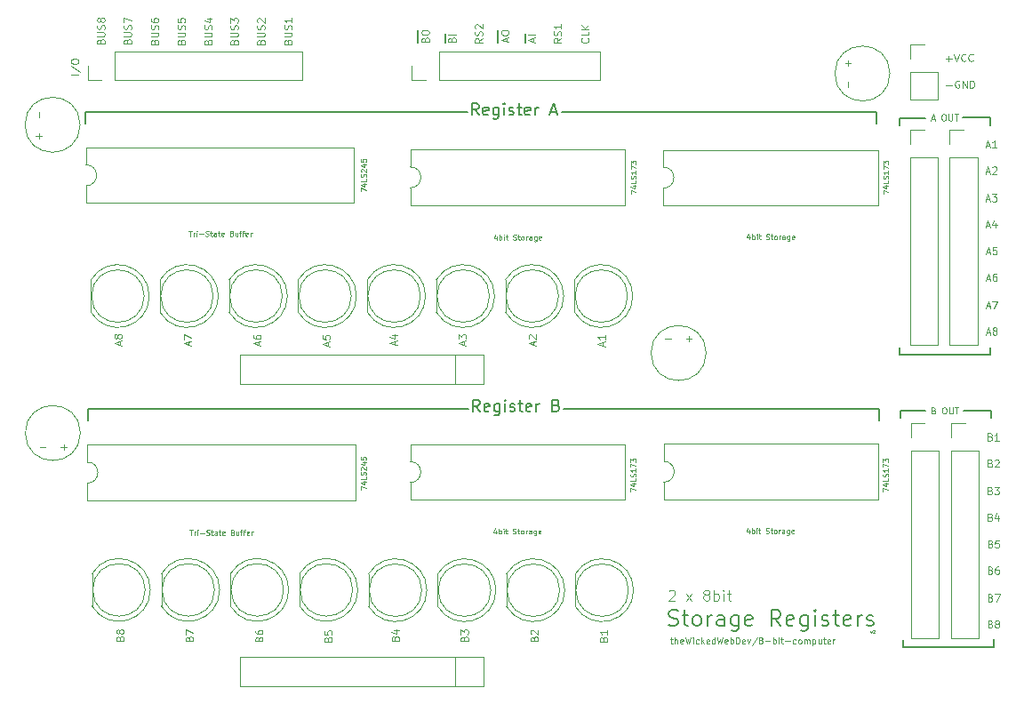
<source format=gbr>
%TF.GenerationSoftware,KiCad,Pcbnew,(5.1.9-0-10_14)*%
%TF.CreationDate,2021-04-27T01:12:58-04:00*%
%TF.ProjectId,REGISTER,52454749-5354-4455-922e-6b696361645f,rev?*%
%TF.SameCoordinates,Original*%
%TF.FileFunction,Legend,Top*%
%TF.FilePolarity,Positive*%
%FSLAX46Y46*%
G04 Gerber Fmt 4.6, Leading zero omitted, Abs format (unit mm)*
G04 Created by KiCad (PCBNEW (5.1.9-0-10_14)) date 2021-04-27 01:12:58*
%MOMM*%
%LPD*%
G01*
G04 APERTURE LIST*
%ADD10C,0.050000*%
%ADD11C,0.150000*%
%ADD12C,0.100000*%
%ADD13C,0.120000*%
G04 APERTURE END LIST*
D10*
X130038838Y-137850619D02*
X130086457Y-137803000D01*
X130181695Y-137755380D01*
X130419790Y-137755380D01*
X130515028Y-137803000D01*
X130562647Y-137850619D01*
X130610266Y-137945857D01*
X130610266Y-138041095D01*
X130562647Y-138183952D01*
X129991219Y-138755380D01*
X130610266Y-138755380D01*
X131705504Y-138755380D02*
X132229314Y-138088714D01*
X131705504Y-138088714D02*
X132229314Y-138755380D01*
X133515028Y-138183952D02*
X133419790Y-138136333D01*
X133372171Y-138088714D01*
X133324552Y-137993476D01*
X133324552Y-137945857D01*
X133372171Y-137850619D01*
X133419790Y-137803000D01*
X133515028Y-137755380D01*
X133705504Y-137755380D01*
X133800742Y-137803000D01*
X133848361Y-137850619D01*
X133895980Y-137945857D01*
X133895980Y-137993476D01*
X133848361Y-138088714D01*
X133800742Y-138136333D01*
X133705504Y-138183952D01*
X133515028Y-138183952D01*
X133419790Y-138231571D01*
X133372171Y-138279190D01*
X133324552Y-138374428D01*
X133324552Y-138564904D01*
X133372171Y-138660142D01*
X133419790Y-138707761D01*
X133515028Y-138755380D01*
X133705504Y-138755380D01*
X133800742Y-138707761D01*
X133848361Y-138660142D01*
X133895980Y-138564904D01*
X133895980Y-138374428D01*
X133848361Y-138279190D01*
X133800742Y-138231571D01*
X133705504Y-138183952D01*
X134324552Y-138755380D02*
X134324552Y-137755380D01*
X134324552Y-138136333D02*
X134419790Y-138088714D01*
X134610266Y-138088714D01*
X134705504Y-138136333D01*
X134753123Y-138183952D01*
X134800742Y-138279190D01*
X134800742Y-138564904D01*
X134753123Y-138660142D01*
X134705504Y-138707761D01*
X134610266Y-138755380D01*
X134419790Y-138755380D01*
X134324552Y-138707761D01*
X135229314Y-138755380D02*
X135229314Y-138088714D01*
X135229314Y-137755380D02*
X135181695Y-137803000D01*
X135229314Y-137850619D01*
X135276933Y-137803000D01*
X135229314Y-137755380D01*
X135229314Y-137850619D01*
X135562647Y-138088714D02*
X135943600Y-138088714D01*
X135705504Y-137755380D02*
X135705504Y-138612523D01*
X135753123Y-138707761D01*
X135848361Y-138755380D01*
X135943600Y-138755380D01*
D11*
X113766600Y-85598000D02*
X113766600Y-84455000D01*
X116332000Y-85623400D02*
X116332000Y-84734400D01*
X108712000Y-85623400D02*
X108712000Y-84734400D01*
X106146600Y-85598000D02*
X106146600Y-84455000D01*
D12*
X112254466Y-85194933D02*
X111921133Y-85428266D01*
X112254466Y-85594933D02*
X111554466Y-85594933D01*
X111554466Y-85328266D01*
X111587800Y-85261600D01*
X111621133Y-85228266D01*
X111687800Y-85194933D01*
X111787800Y-85194933D01*
X111854466Y-85228266D01*
X111887800Y-85261600D01*
X111921133Y-85328266D01*
X111921133Y-85594933D01*
X112221133Y-84928266D02*
X112254466Y-84828266D01*
X112254466Y-84661600D01*
X112221133Y-84594933D01*
X112187800Y-84561600D01*
X112121133Y-84528266D01*
X112054466Y-84528266D01*
X111987800Y-84561600D01*
X111954466Y-84594933D01*
X111921133Y-84661600D01*
X111887800Y-84794933D01*
X111854466Y-84861600D01*
X111821133Y-84894933D01*
X111754466Y-84928266D01*
X111687800Y-84928266D01*
X111621133Y-84894933D01*
X111587800Y-84861600D01*
X111554466Y-84794933D01*
X111554466Y-84628266D01*
X111587800Y-84528266D01*
X111621133Y-84261600D02*
X111587800Y-84228266D01*
X111554466Y-84161600D01*
X111554466Y-83994933D01*
X111587800Y-83928266D01*
X111621133Y-83894933D01*
X111687800Y-83861600D01*
X111754466Y-83861600D01*
X111854466Y-83894933D01*
X112254466Y-84294933D01*
X112254466Y-83861600D01*
D11*
X104559100Y-120472200D02*
X110921800Y-120472200D01*
X150012400Y-120472200D02*
X119964200Y-120472200D01*
X74663300Y-120472200D02*
X104559100Y-120472200D01*
X74663300Y-120472200D02*
X74663300Y-121589800D01*
X150012400Y-120472200D02*
X150012400Y-121589800D01*
X112012047Y-120741219D02*
X111645380Y-120217409D01*
X111383476Y-120741219D02*
X111383476Y-119641219D01*
X111802523Y-119641219D01*
X111907285Y-119693600D01*
X111959666Y-119745980D01*
X112012047Y-119850742D01*
X112012047Y-120007885D01*
X111959666Y-120112647D01*
X111907285Y-120165028D01*
X111802523Y-120217409D01*
X111383476Y-120217409D01*
X112902523Y-120688838D02*
X112797761Y-120741219D01*
X112588238Y-120741219D01*
X112483476Y-120688838D01*
X112431095Y-120584076D01*
X112431095Y-120165028D01*
X112483476Y-120060266D01*
X112588238Y-120007885D01*
X112797761Y-120007885D01*
X112902523Y-120060266D01*
X112954904Y-120165028D01*
X112954904Y-120269790D01*
X112431095Y-120374552D01*
X113897761Y-120007885D02*
X113897761Y-120898361D01*
X113845380Y-121003123D01*
X113793000Y-121055504D01*
X113688238Y-121107885D01*
X113531095Y-121107885D01*
X113426333Y-121055504D01*
X113897761Y-120688838D02*
X113793000Y-120741219D01*
X113583476Y-120741219D01*
X113478714Y-120688838D01*
X113426333Y-120636457D01*
X113373952Y-120531695D01*
X113373952Y-120217409D01*
X113426333Y-120112647D01*
X113478714Y-120060266D01*
X113583476Y-120007885D01*
X113793000Y-120007885D01*
X113897761Y-120060266D01*
X114421571Y-120741219D02*
X114421571Y-120007885D01*
X114421571Y-119641219D02*
X114369190Y-119693600D01*
X114421571Y-119745980D01*
X114473952Y-119693600D01*
X114421571Y-119641219D01*
X114421571Y-119745980D01*
X114893000Y-120688838D02*
X114997761Y-120741219D01*
X115207285Y-120741219D01*
X115312047Y-120688838D01*
X115364428Y-120584076D01*
X115364428Y-120531695D01*
X115312047Y-120426933D01*
X115207285Y-120374552D01*
X115050142Y-120374552D01*
X114945380Y-120322171D01*
X114893000Y-120217409D01*
X114893000Y-120165028D01*
X114945380Y-120060266D01*
X115050142Y-120007885D01*
X115207285Y-120007885D01*
X115312047Y-120060266D01*
X115678714Y-120007885D02*
X116097761Y-120007885D01*
X115835857Y-119641219D02*
X115835857Y-120584076D01*
X115888238Y-120688838D01*
X115993000Y-120741219D01*
X116097761Y-120741219D01*
X116883476Y-120688838D02*
X116778714Y-120741219D01*
X116569190Y-120741219D01*
X116464428Y-120688838D01*
X116412047Y-120584076D01*
X116412047Y-120165028D01*
X116464428Y-120060266D01*
X116569190Y-120007885D01*
X116778714Y-120007885D01*
X116883476Y-120060266D01*
X116935857Y-120165028D01*
X116935857Y-120269790D01*
X116412047Y-120374552D01*
X117407285Y-120741219D02*
X117407285Y-120007885D01*
X117407285Y-120217409D02*
X117459666Y-120112647D01*
X117512047Y-120060266D01*
X117616809Y-120007885D01*
X117721571Y-120007885D01*
X119293000Y-120165028D02*
X119450142Y-120217409D01*
X119502523Y-120269790D01*
X119554904Y-120374552D01*
X119554904Y-120531695D01*
X119502523Y-120636457D01*
X119450142Y-120688838D01*
X119345380Y-120741219D01*
X118926333Y-120741219D01*
X118926333Y-119641219D01*
X119293000Y-119641219D01*
X119397761Y-119693600D01*
X119450142Y-119745980D01*
X119502523Y-119850742D01*
X119502523Y-119955504D01*
X119450142Y-120060266D01*
X119397761Y-120112647D01*
X119293000Y-120165028D01*
X118926333Y-120165028D01*
X149834600Y-92227400D02*
X119786400Y-92227400D01*
X104381300Y-92227400D02*
X110820200Y-92227400D01*
D12*
X147116000Y-89862133D02*
X147116000Y-89328800D01*
X147116000Y-87855533D02*
X147116000Y-87322200D01*
X147382666Y-87588866D02*
X146849333Y-87588866D01*
X129670066Y-113816600D02*
X130203400Y-113816600D01*
X131676666Y-113816600D02*
X132210000Y-113816600D01*
X131943333Y-114083266D02*
X131943333Y-113549933D01*
X70003200Y-92230466D02*
X70003200Y-92763800D01*
X70003200Y-94237066D02*
X70003200Y-94770400D01*
X69736533Y-94503733D02*
X70269866Y-94503733D01*
X70107066Y-124154400D02*
X70640400Y-124154400D01*
X72113666Y-124154400D02*
X72647000Y-124154400D01*
X72380333Y-124421066D02*
X72380333Y-123887733D01*
X73798866Y-88668133D02*
X73098866Y-88668133D01*
X73065533Y-87834800D02*
X73965533Y-88434800D01*
X73098866Y-87468133D02*
X73098866Y-87334800D01*
X73132200Y-87268133D01*
X73198866Y-87201466D01*
X73332200Y-87168133D01*
X73565533Y-87168133D01*
X73698866Y-87201466D01*
X73765533Y-87268133D01*
X73798866Y-87334800D01*
X73798866Y-87468133D01*
X73765533Y-87534800D01*
X73698866Y-87601466D01*
X73565533Y-87634800D01*
X73332200Y-87634800D01*
X73198866Y-87601466D01*
X73132200Y-87534800D01*
X73098866Y-87468133D01*
D11*
X152019000Y-114655600D02*
X152019000Y-115366800D01*
X160655000Y-114630200D02*
X160655000Y-115341400D01*
X152019000Y-115366800D02*
X160655000Y-115366800D01*
X152298400Y-143205200D02*
X160934400Y-143205200D01*
X152298400Y-142494000D02*
X152298400Y-143205200D01*
X160934400Y-142468600D02*
X160934400Y-143179800D01*
X158089600Y-120650000D02*
X160680400Y-120650000D01*
X154482800Y-120675400D02*
X152044400Y-120675400D01*
X160680400Y-120650000D02*
X160680400Y-121361200D01*
X152044400Y-120675400D02*
X152044400Y-121386600D01*
X151993600Y-92786200D02*
X151993600Y-93497400D01*
X154432000Y-92786200D02*
X151993600Y-92786200D01*
X160629600Y-92760800D02*
X160629600Y-93472000D01*
X158038800Y-92760800D02*
X160629600Y-92760800D01*
X130026200Y-141094542D02*
X130240485Y-141165971D01*
X130597628Y-141165971D01*
X130740485Y-141094542D01*
X130811914Y-141023114D01*
X130883342Y-140880257D01*
X130883342Y-140737400D01*
X130811914Y-140594542D01*
X130740485Y-140523114D01*
X130597628Y-140451685D01*
X130311914Y-140380257D01*
X130169057Y-140308828D01*
X130097628Y-140237400D01*
X130026200Y-140094542D01*
X130026200Y-139951685D01*
X130097628Y-139808828D01*
X130169057Y-139737400D01*
X130311914Y-139665971D01*
X130669057Y-139665971D01*
X130883342Y-139737400D01*
X131311914Y-140165971D02*
X131883342Y-140165971D01*
X131526200Y-139665971D02*
X131526200Y-140951685D01*
X131597628Y-141094542D01*
X131740485Y-141165971D01*
X131883342Y-141165971D01*
X132597628Y-141165971D02*
X132454771Y-141094542D01*
X132383342Y-141023114D01*
X132311914Y-140880257D01*
X132311914Y-140451685D01*
X132383342Y-140308828D01*
X132454771Y-140237400D01*
X132597628Y-140165971D01*
X132811914Y-140165971D01*
X132954771Y-140237400D01*
X133026200Y-140308828D01*
X133097628Y-140451685D01*
X133097628Y-140880257D01*
X133026200Y-141023114D01*
X132954771Y-141094542D01*
X132811914Y-141165971D01*
X132597628Y-141165971D01*
X133740485Y-141165971D02*
X133740485Y-140165971D01*
X133740485Y-140451685D02*
X133811914Y-140308828D01*
X133883342Y-140237400D01*
X134026200Y-140165971D01*
X134169057Y-140165971D01*
X135311914Y-141165971D02*
X135311914Y-140380257D01*
X135240485Y-140237400D01*
X135097628Y-140165971D01*
X134811914Y-140165971D01*
X134669057Y-140237400D01*
X135311914Y-141094542D02*
X135169057Y-141165971D01*
X134811914Y-141165971D01*
X134669057Y-141094542D01*
X134597628Y-140951685D01*
X134597628Y-140808828D01*
X134669057Y-140665971D01*
X134811914Y-140594542D01*
X135169057Y-140594542D01*
X135311914Y-140523114D01*
X136669057Y-140165971D02*
X136669057Y-141380257D01*
X136597628Y-141523114D01*
X136526200Y-141594542D01*
X136383342Y-141665971D01*
X136169057Y-141665971D01*
X136026200Y-141594542D01*
X136669057Y-141094542D02*
X136526200Y-141165971D01*
X136240485Y-141165971D01*
X136097628Y-141094542D01*
X136026200Y-141023114D01*
X135954771Y-140880257D01*
X135954771Y-140451685D01*
X136026200Y-140308828D01*
X136097628Y-140237400D01*
X136240485Y-140165971D01*
X136526200Y-140165971D01*
X136669057Y-140237400D01*
X137954771Y-141094542D02*
X137811914Y-141165971D01*
X137526200Y-141165971D01*
X137383342Y-141094542D01*
X137311914Y-140951685D01*
X137311914Y-140380257D01*
X137383342Y-140237400D01*
X137526200Y-140165971D01*
X137811914Y-140165971D01*
X137954771Y-140237400D01*
X138026200Y-140380257D01*
X138026200Y-140523114D01*
X137311914Y-140665971D01*
X140669057Y-141165971D02*
X140169057Y-140451685D01*
X139811914Y-141165971D02*
X139811914Y-139665971D01*
X140383342Y-139665971D01*
X140526200Y-139737400D01*
X140597628Y-139808828D01*
X140669057Y-139951685D01*
X140669057Y-140165971D01*
X140597628Y-140308828D01*
X140526200Y-140380257D01*
X140383342Y-140451685D01*
X139811914Y-140451685D01*
X141883342Y-141094542D02*
X141740485Y-141165971D01*
X141454771Y-141165971D01*
X141311914Y-141094542D01*
X141240485Y-140951685D01*
X141240485Y-140380257D01*
X141311914Y-140237400D01*
X141454771Y-140165971D01*
X141740485Y-140165971D01*
X141883342Y-140237400D01*
X141954771Y-140380257D01*
X141954771Y-140523114D01*
X141240485Y-140665971D01*
X143240485Y-140165971D02*
X143240485Y-141380257D01*
X143169057Y-141523114D01*
X143097628Y-141594542D01*
X142954771Y-141665971D01*
X142740485Y-141665971D01*
X142597628Y-141594542D01*
X143240485Y-141094542D02*
X143097628Y-141165971D01*
X142811914Y-141165971D01*
X142669057Y-141094542D01*
X142597628Y-141023114D01*
X142526200Y-140880257D01*
X142526200Y-140451685D01*
X142597628Y-140308828D01*
X142669057Y-140237400D01*
X142811914Y-140165971D01*
X143097628Y-140165971D01*
X143240485Y-140237400D01*
X143954771Y-141165971D02*
X143954771Y-140165971D01*
X143954771Y-139665971D02*
X143883342Y-139737400D01*
X143954771Y-139808828D01*
X144026200Y-139737400D01*
X143954771Y-139665971D01*
X143954771Y-139808828D01*
X144597628Y-141094542D02*
X144740485Y-141165971D01*
X145026200Y-141165971D01*
X145169057Y-141094542D01*
X145240485Y-140951685D01*
X145240485Y-140880257D01*
X145169057Y-140737400D01*
X145026200Y-140665971D01*
X144811914Y-140665971D01*
X144669057Y-140594542D01*
X144597628Y-140451685D01*
X144597628Y-140380257D01*
X144669057Y-140237400D01*
X144811914Y-140165971D01*
X145026200Y-140165971D01*
X145169057Y-140237400D01*
X145669057Y-140165971D02*
X146240485Y-140165971D01*
X145883342Y-139665971D02*
X145883342Y-140951685D01*
X145954771Y-141094542D01*
X146097628Y-141165971D01*
X146240485Y-141165971D01*
X147311914Y-141094542D02*
X147169057Y-141165971D01*
X146883342Y-141165971D01*
X146740485Y-141094542D01*
X146669057Y-140951685D01*
X146669057Y-140380257D01*
X146740485Y-140237400D01*
X146883342Y-140165971D01*
X147169057Y-140165971D01*
X147311914Y-140237400D01*
X147383342Y-140380257D01*
X147383342Y-140523114D01*
X146669057Y-140665971D01*
X148026200Y-141165971D02*
X148026200Y-140165971D01*
X148026200Y-140451685D02*
X148097628Y-140308828D01*
X148169057Y-140237400D01*
X148311914Y-140165971D01*
X148454771Y-140165971D01*
X148883342Y-141094542D02*
X149026200Y-141165971D01*
X149311914Y-141165971D01*
X149454771Y-141094542D01*
X149526200Y-140951685D01*
X149526200Y-140880257D01*
X149454771Y-140737400D01*
X149311914Y-140665971D01*
X149097628Y-140665971D01*
X148954771Y-140594542D01*
X148883342Y-140451685D01*
X148883342Y-140380257D01*
X148954771Y-140237400D01*
X149097628Y-140165971D01*
X149311914Y-140165971D01*
X149454771Y-140237400D01*
D12*
X110541600Y-142371900D02*
X110574933Y-142271900D01*
X110608266Y-142238566D01*
X110674933Y-142205233D01*
X110774933Y-142205233D01*
X110841600Y-142238566D01*
X110874933Y-142271900D01*
X110908266Y-142338566D01*
X110908266Y-142605233D01*
X110208266Y-142605233D01*
X110208266Y-142371900D01*
X110241600Y-142305233D01*
X110274933Y-142271900D01*
X110341600Y-142238566D01*
X110408266Y-142238566D01*
X110474933Y-142271900D01*
X110508266Y-142305233D01*
X110541600Y-142371900D01*
X110541600Y-142605233D01*
X110208266Y-141971900D02*
X110208266Y-141538566D01*
X110474933Y-141771900D01*
X110474933Y-141671900D01*
X110508266Y-141605233D01*
X110541600Y-141571900D01*
X110608266Y-141538566D01*
X110774933Y-141538566D01*
X110841600Y-141571900D01*
X110874933Y-141605233D01*
X110908266Y-141671900D01*
X110908266Y-141871900D01*
X110874933Y-141938566D01*
X110841600Y-141971900D01*
X103950300Y-142333800D02*
X103983633Y-142233800D01*
X104016966Y-142200466D01*
X104083633Y-142167133D01*
X104183633Y-142167133D01*
X104250300Y-142200466D01*
X104283633Y-142233800D01*
X104316966Y-142300466D01*
X104316966Y-142567133D01*
X103616966Y-142567133D01*
X103616966Y-142333800D01*
X103650300Y-142267133D01*
X103683633Y-142233800D01*
X103750300Y-142200466D01*
X103816966Y-142200466D01*
X103883633Y-142233800D01*
X103916966Y-142267133D01*
X103950300Y-142333800D01*
X103950300Y-142567133D01*
X103850300Y-141567133D02*
X104316966Y-141567133D01*
X103583633Y-141733800D02*
X104083633Y-141900466D01*
X104083633Y-141467133D01*
X117183700Y-142384600D02*
X117217033Y-142284600D01*
X117250366Y-142251266D01*
X117317033Y-142217933D01*
X117417033Y-142217933D01*
X117483700Y-142251266D01*
X117517033Y-142284600D01*
X117550366Y-142351266D01*
X117550366Y-142617933D01*
X116850366Y-142617933D01*
X116850366Y-142384600D01*
X116883700Y-142317933D01*
X116917033Y-142284600D01*
X116983700Y-142251266D01*
X117050366Y-142251266D01*
X117117033Y-142284600D01*
X117150366Y-142317933D01*
X117183700Y-142384600D01*
X117183700Y-142617933D01*
X116917033Y-141951266D02*
X116883700Y-141917933D01*
X116850366Y-141851266D01*
X116850366Y-141684600D01*
X116883700Y-141617933D01*
X116917033Y-141584600D01*
X116983700Y-141551266D01*
X117050366Y-141551266D01*
X117150366Y-141584600D01*
X117550366Y-141984600D01*
X117550366Y-141551266D01*
X90970900Y-142397300D02*
X91004233Y-142297300D01*
X91037566Y-142263966D01*
X91104233Y-142230633D01*
X91204233Y-142230633D01*
X91270900Y-142263966D01*
X91304233Y-142297300D01*
X91337566Y-142363966D01*
X91337566Y-142630633D01*
X90637566Y-142630633D01*
X90637566Y-142397300D01*
X90670900Y-142330633D01*
X90704233Y-142297300D01*
X90770900Y-142263966D01*
X90837566Y-142263966D01*
X90904233Y-142297300D01*
X90937566Y-142330633D01*
X90970900Y-142397300D01*
X90970900Y-142630633D01*
X90637566Y-141630633D02*
X90637566Y-141763966D01*
X90670900Y-141830633D01*
X90704233Y-141863966D01*
X90804233Y-141930633D01*
X90937566Y-141963966D01*
X91204233Y-141963966D01*
X91270900Y-141930633D01*
X91304233Y-141897300D01*
X91337566Y-141830633D01*
X91337566Y-141697300D01*
X91304233Y-141630633D01*
X91270900Y-141597300D01*
X91204233Y-141563966D01*
X91037566Y-141563966D01*
X90970900Y-141597300D01*
X90937566Y-141630633D01*
X90904233Y-141697300D01*
X90904233Y-141830633D01*
X90937566Y-141897300D01*
X90970900Y-141930633D01*
X91037566Y-141963966D01*
X97562200Y-142435400D02*
X97595533Y-142335400D01*
X97628866Y-142302066D01*
X97695533Y-142268733D01*
X97795533Y-142268733D01*
X97862200Y-142302066D01*
X97895533Y-142335400D01*
X97928866Y-142402066D01*
X97928866Y-142668733D01*
X97228866Y-142668733D01*
X97228866Y-142435400D01*
X97262200Y-142368733D01*
X97295533Y-142335400D01*
X97362200Y-142302066D01*
X97428866Y-142302066D01*
X97495533Y-142335400D01*
X97528866Y-142368733D01*
X97562200Y-142435400D01*
X97562200Y-142668733D01*
X97228866Y-141635400D02*
X97228866Y-141968733D01*
X97562200Y-142002066D01*
X97528866Y-141968733D01*
X97495533Y-141902066D01*
X97495533Y-141735400D01*
X97528866Y-141668733D01*
X97562200Y-141635400D01*
X97628866Y-141602066D01*
X97795533Y-141602066D01*
X97862200Y-141635400D01*
X97895533Y-141668733D01*
X97928866Y-141735400D01*
X97928866Y-141902066D01*
X97895533Y-141968733D01*
X97862200Y-142002066D01*
X84328800Y-142384600D02*
X84362133Y-142284600D01*
X84395466Y-142251266D01*
X84462133Y-142217933D01*
X84562133Y-142217933D01*
X84628800Y-142251266D01*
X84662133Y-142284600D01*
X84695466Y-142351266D01*
X84695466Y-142617933D01*
X83995466Y-142617933D01*
X83995466Y-142384600D01*
X84028800Y-142317933D01*
X84062133Y-142284600D01*
X84128800Y-142251266D01*
X84195466Y-142251266D01*
X84262133Y-142284600D01*
X84295466Y-142317933D01*
X84328800Y-142384600D01*
X84328800Y-142617933D01*
X83995466Y-141984600D02*
X83995466Y-141517933D01*
X84695466Y-141817933D01*
X77737500Y-142346500D02*
X77770833Y-142246500D01*
X77804166Y-142213166D01*
X77870833Y-142179833D01*
X77970833Y-142179833D01*
X78037500Y-142213166D01*
X78070833Y-142246500D01*
X78104166Y-142313166D01*
X78104166Y-142579833D01*
X77404166Y-142579833D01*
X77404166Y-142346500D01*
X77437500Y-142279833D01*
X77470833Y-142246500D01*
X77537500Y-142213166D01*
X77604166Y-142213166D01*
X77670833Y-142246500D01*
X77704166Y-142279833D01*
X77737500Y-142346500D01*
X77737500Y-142579833D01*
X77704166Y-141779833D02*
X77670833Y-141846500D01*
X77637500Y-141879833D01*
X77570833Y-141913166D01*
X77537500Y-141913166D01*
X77470833Y-141879833D01*
X77437500Y-141846500D01*
X77404166Y-141779833D01*
X77404166Y-141646500D01*
X77437500Y-141579833D01*
X77470833Y-141546500D01*
X77537500Y-141513166D01*
X77570833Y-141513166D01*
X77637500Y-141546500D01*
X77670833Y-141579833D01*
X77704166Y-141646500D01*
X77704166Y-141779833D01*
X77737500Y-141846500D01*
X77770833Y-141879833D01*
X77837500Y-141913166D01*
X77970833Y-141913166D01*
X78037500Y-141879833D01*
X78070833Y-141846500D01*
X78104166Y-141779833D01*
X78104166Y-141646500D01*
X78070833Y-141579833D01*
X78037500Y-141546500D01*
X77970833Y-141513166D01*
X77837500Y-141513166D01*
X77770833Y-141546500D01*
X77737500Y-141579833D01*
X77704166Y-141646500D01*
X123775000Y-142422700D02*
X123808333Y-142322700D01*
X123841666Y-142289366D01*
X123908333Y-142256033D01*
X124008333Y-142256033D01*
X124075000Y-142289366D01*
X124108333Y-142322700D01*
X124141666Y-142389366D01*
X124141666Y-142656033D01*
X123441666Y-142656033D01*
X123441666Y-142422700D01*
X123475000Y-142356033D01*
X123508333Y-142322700D01*
X123575000Y-142289366D01*
X123641666Y-142289366D01*
X123708333Y-142322700D01*
X123741666Y-142356033D01*
X123775000Y-142422700D01*
X123775000Y-142656033D01*
X124141666Y-141589366D02*
X124141666Y-141989366D01*
X124141666Y-141789366D02*
X123441666Y-141789366D01*
X123541666Y-141856033D01*
X123608333Y-141922700D01*
X123641666Y-141989366D01*
X84304966Y-114431866D02*
X84304966Y-114098533D01*
X84504966Y-114498533D02*
X83804966Y-114265200D01*
X84504966Y-114031866D01*
X83804966Y-113865200D02*
X83804966Y-113398533D01*
X84504966Y-113698533D01*
X77713666Y-114393766D02*
X77713666Y-114060433D01*
X77913666Y-114460433D02*
X77213666Y-114227100D01*
X77913666Y-113993766D01*
X77513666Y-113660433D02*
X77480333Y-113727100D01*
X77447000Y-113760433D01*
X77380333Y-113793766D01*
X77347000Y-113793766D01*
X77280333Y-113760433D01*
X77247000Y-113727100D01*
X77213666Y-113660433D01*
X77213666Y-113527100D01*
X77247000Y-113460433D01*
X77280333Y-113427100D01*
X77347000Y-113393766D01*
X77380333Y-113393766D01*
X77447000Y-113427100D01*
X77480333Y-113460433D01*
X77513666Y-113527100D01*
X77513666Y-113660433D01*
X77547000Y-113727100D01*
X77580333Y-113760433D01*
X77647000Y-113793766D01*
X77780333Y-113793766D01*
X77847000Y-113760433D01*
X77880333Y-113727100D01*
X77913666Y-113660433D01*
X77913666Y-113527100D01*
X77880333Y-113460433D01*
X77847000Y-113427100D01*
X77780333Y-113393766D01*
X77647000Y-113393766D01*
X77580333Y-113427100D01*
X77547000Y-113460433D01*
X77513666Y-113527100D01*
X90947066Y-114444566D02*
X90947066Y-114111233D01*
X91147066Y-114511233D02*
X90447066Y-114277900D01*
X91147066Y-114044566D01*
X90447066Y-113511233D02*
X90447066Y-113644566D01*
X90480400Y-113711233D01*
X90513733Y-113744566D01*
X90613733Y-113811233D01*
X90747066Y-113844566D01*
X91013733Y-113844566D01*
X91080400Y-113811233D01*
X91113733Y-113777900D01*
X91147066Y-113711233D01*
X91147066Y-113577900D01*
X91113733Y-113511233D01*
X91080400Y-113477900D01*
X91013733Y-113444566D01*
X90847066Y-113444566D01*
X90780400Y-113477900D01*
X90747066Y-113511233D01*
X90713733Y-113577900D01*
X90713733Y-113711233D01*
X90747066Y-113777900D01*
X90780400Y-113811233D01*
X90847066Y-113844566D01*
X97538366Y-114482666D02*
X97538366Y-114149333D01*
X97738366Y-114549333D02*
X97038366Y-114316000D01*
X97738366Y-114082666D01*
X97038366Y-113516000D02*
X97038366Y-113849333D01*
X97371700Y-113882666D01*
X97338366Y-113849333D01*
X97305033Y-113782666D01*
X97305033Y-113616000D01*
X97338366Y-113549333D01*
X97371700Y-113516000D01*
X97438366Y-113482666D01*
X97605033Y-113482666D01*
X97671700Y-113516000D01*
X97705033Y-113549333D01*
X97738366Y-113616000D01*
X97738366Y-113782666D01*
X97705033Y-113849333D01*
X97671700Y-113882666D01*
X103926466Y-114381066D02*
X103926466Y-114047733D01*
X104126466Y-114447733D02*
X103426466Y-114214400D01*
X104126466Y-113981066D01*
X103659800Y-113447733D02*
X104126466Y-113447733D01*
X103393133Y-113614400D02*
X103893133Y-113781066D01*
X103893133Y-113347733D01*
X110517766Y-114419166D02*
X110517766Y-114085833D01*
X110717766Y-114485833D02*
X110017766Y-114252500D01*
X110717766Y-114019166D01*
X110017766Y-113852500D02*
X110017766Y-113419166D01*
X110284433Y-113652500D01*
X110284433Y-113552500D01*
X110317766Y-113485833D01*
X110351100Y-113452500D01*
X110417766Y-113419166D01*
X110584433Y-113419166D01*
X110651100Y-113452500D01*
X110684433Y-113485833D01*
X110717766Y-113552500D01*
X110717766Y-113752500D01*
X110684433Y-113819166D01*
X110651100Y-113852500D01*
X117159866Y-114431866D02*
X117159866Y-114098533D01*
X117359866Y-114498533D02*
X116659866Y-114265200D01*
X117359866Y-114031866D01*
X116726533Y-113831866D02*
X116693200Y-113798533D01*
X116659866Y-113731866D01*
X116659866Y-113565200D01*
X116693200Y-113498533D01*
X116726533Y-113465200D01*
X116793200Y-113431866D01*
X116859866Y-113431866D01*
X116959866Y-113465200D01*
X117359866Y-113865200D01*
X117359866Y-113431866D01*
X123751166Y-114469966D02*
X123751166Y-114136633D01*
X123951166Y-114536633D02*
X123251166Y-114303300D01*
X123951166Y-114069966D01*
X123951166Y-113469966D02*
X123951166Y-113869966D01*
X123951166Y-113669966D02*
X123251166Y-113669966D01*
X123351166Y-113736633D01*
X123417833Y-113803300D01*
X123451166Y-113869966D01*
D10*
X149239314Y-141642314D02*
X149310742Y-141842314D01*
X149382171Y-141642314D01*
X149482171Y-141570885D02*
X149496457Y-141556600D01*
X149525028Y-141542314D01*
X149596457Y-141542314D01*
X149625028Y-141556600D01*
X149639314Y-141570885D01*
X149653600Y-141599457D01*
X149653600Y-141628028D01*
X149639314Y-141670885D01*
X149467885Y-141842314D01*
X149653600Y-141842314D01*
X130169628Y-142454328D02*
X130398200Y-142454328D01*
X130255342Y-142254328D02*
X130255342Y-142768614D01*
X130283914Y-142825757D01*
X130341057Y-142854328D01*
X130398200Y-142854328D01*
X130598200Y-142854328D02*
X130598200Y-142254328D01*
X130855342Y-142854328D02*
X130855342Y-142540042D01*
X130826771Y-142482900D01*
X130769628Y-142454328D01*
X130683914Y-142454328D01*
X130626771Y-142482900D01*
X130598200Y-142511471D01*
X131369628Y-142825757D02*
X131312485Y-142854328D01*
X131198200Y-142854328D01*
X131141057Y-142825757D01*
X131112485Y-142768614D01*
X131112485Y-142540042D01*
X131141057Y-142482900D01*
X131198200Y-142454328D01*
X131312485Y-142454328D01*
X131369628Y-142482900D01*
X131398200Y-142540042D01*
X131398200Y-142597185D01*
X131112485Y-142654328D01*
X131598200Y-142254328D02*
X131741057Y-142854328D01*
X131855342Y-142425757D01*
X131969628Y-142854328D01*
X132112485Y-142254328D01*
X132341057Y-142854328D02*
X132341057Y-142454328D01*
X132341057Y-142254328D02*
X132312485Y-142282900D01*
X132341057Y-142311471D01*
X132369628Y-142282900D01*
X132341057Y-142254328D01*
X132341057Y-142311471D01*
X132883914Y-142825757D02*
X132826771Y-142854328D01*
X132712485Y-142854328D01*
X132655342Y-142825757D01*
X132626771Y-142797185D01*
X132598200Y-142740042D01*
X132598200Y-142568614D01*
X132626771Y-142511471D01*
X132655342Y-142482900D01*
X132712485Y-142454328D01*
X132826771Y-142454328D01*
X132883914Y-142482900D01*
X133141057Y-142854328D02*
X133141057Y-142254328D01*
X133198200Y-142625757D02*
X133369628Y-142854328D01*
X133369628Y-142454328D02*
X133141057Y-142682900D01*
X133855342Y-142825757D02*
X133798200Y-142854328D01*
X133683914Y-142854328D01*
X133626771Y-142825757D01*
X133598200Y-142768614D01*
X133598200Y-142540042D01*
X133626771Y-142482900D01*
X133683914Y-142454328D01*
X133798200Y-142454328D01*
X133855342Y-142482900D01*
X133883914Y-142540042D01*
X133883914Y-142597185D01*
X133598200Y-142654328D01*
X134398200Y-142854328D02*
X134398200Y-142254328D01*
X134398200Y-142825757D02*
X134341057Y-142854328D01*
X134226771Y-142854328D01*
X134169628Y-142825757D01*
X134141057Y-142797185D01*
X134112485Y-142740042D01*
X134112485Y-142568614D01*
X134141057Y-142511471D01*
X134169628Y-142482900D01*
X134226771Y-142454328D01*
X134341057Y-142454328D01*
X134398200Y-142482900D01*
X134626771Y-142254328D02*
X134769628Y-142854328D01*
X134883914Y-142425757D01*
X134998200Y-142854328D01*
X135141057Y-142254328D01*
X135598200Y-142825757D02*
X135541057Y-142854328D01*
X135426771Y-142854328D01*
X135369628Y-142825757D01*
X135341057Y-142768614D01*
X135341057Y-142540042D01*
X135369628Y-142482900D01*
X135426771Y-142454328D01*
X135541057Y-142454328D01*
X135598200Y-142482900D01*
X135626771Y-142540042D01*
X135626771Y-142597185D01*
X135341057Y-142654328D01*
X135883914Y-142854328D02*
X135883914Y-142254328D01*
X135883914Y-142482900D02*
X135941057Y-142454328D01*
X136055342Y-142454328D01*
X136112485Y-142482900D01*
X136141057Y-142511471D01*
X136169628Y-142568614D01*
X136169628Y-142740042D01*
X136141057Y-142797185D01*
X136112485Y-142825757D01*
X136055342Y-142854328D01*
X135941057Y-142854328D01*
X135883914Y-142825757D01*
X136426771Y-142854328D02*
X136426771Y-142254328D01*
X136569628Y-142254328D01*
X136655342Y-142282900D01*
X136712485Y-142340042D01*
X136741057Y-142397185D01*
X136769628Y-142511471D01*
X136769628Y-142597185D01*
X136741057Y-142711471D01*
X136712485Y-142768614D01*
X136655342Y-142825757D01*
X136569628Y-142854328D01*
X136426771Y-142854328D01*
X137255342Y-142825757D02*
X137198200Y-142854328D01*
X137083914Y-142854328D01*
X137026771Y-142825757D01*
X136998200Y-142768614D01*
X136998200Y-142540042D01*
X137026771Y-142482900D01*
X137083914Y-142454328D01*
X137198200Y-142454328D01*
X137255342Y-142482900D01*
X137283914Y-142540042D01*
X137283914Y-142597185D01*
X136998200Y-142654328D01*
X137483914Y-142454328D02*
X137626771Y-142854328D01*
X137769628Y-142454328D01*
X138426771Y-142225757D02*
X137912485Y-142997185D01*
X138712485Y-142511471D02*
X138655342Y-142482900D01*
X138626771Y-142454328D01*
X138598200Y-142397185D01*
X138598200Y-142368614D01*
X138626771Y-142311471D01*
X138655342Y-142282900D01*
X138712485Y-142254328D01*
X138826771Y-142254328D01*
X138883914Y-142282900D01*
X138912485Y-142311471D01*
X138941057Y-142368614D01*
X138941057Y-142397185D01*
X138912485Y-142454328D01*
X138883914Y-142482900D01*
X138826771Y-142511471D01*
X138712485Y-142511471D01*
X138655342Y-142540042D01*
X138626771Y-142568614D01*
X138598200Y-142625757D01*
X138598200Y-142740042D01*
X138626771Y-142797185D01*
X138655342Y-142825757D01*
X138712485Y-142854328D01*
X138826771Y-142854328D01*
X138883914Y-142825757D01*
X138912485Y-142797185D01*
X138941057Y-142740042D01*
X138941057Y-142625757D01*
X138912485Y-142568614D01*
X138883914Y-142540042D01*
X138826771Y-142511471D01*
X139198200Y-142625757D02*
X139655342Y-142625757D01*
X139941057Y-142854328D02*
X139941057Y-142254328D01*
X139941057Y-142482900D02*
X139998200Y-142454328D01*
X140112485Y-142454328D01*
X140169628Y-142482900D01*
X140198200Y-142511471D01*
X140226771Y-142568614D01*
X140226771Y-142740042D01*
X140198200Y-142797185D01*
X140169628Y-142825757D01*
X140112485Y-142854328D01*
X139998200Y-142854328D01*
X139941057Y-142825757D01*
X140483914Y-142854328D02*
X140483914Y-142454328D01*
X140483914Y-142254328D02*
X140455342Y-142282900D01*
X140483914Y-142311471D01*
X140512485Y-142282900D01*
X140483914Y-142254328D01*
X140483914Y-142311471D01*
X140683914Y-142454328D02*
X140912485Y-142454328D01*
X140769628Y-142254328D02*
X140769628Y-142768614D01*
X140798200Y-142825757D01*
X140855342Y-142854328D01*
X140912485Y-142854328D01*
X141112485Y-142625757D02*
X141569628Y-142625757D01*
X142112485Y-142825757D02*
X142055342Y-142854328D01*
X141941057Y-142854328D01*
X141883914Y-142825757D01*
X141855342Y-142797185D01*
X141826771Y-142740042D01*
X141826771Y-142568614D01*
X141855342Y-142511471D01*
X141883914Y-142482900D01*
X141941057Y-142454328D01*
X142055342Y-142454328D01*
X142112485Y-142482900D01*
X142455342Y-142854328D02*
X142398200Y-142825757D01*
X142369628Y-142797185D01*
X142341057Y-142740042D01*
X142341057Y-142568614D01*
X142369628Y-142511471D01*
X142398200Y-142482900D01*
X142455342Y-142454328D01*
X142541057Y-142454328D01*
X142598200Y-142482900D01*
X142626771Y-142511471D01*
X142655342Y-142568614D01*
X142655342Y-142740042D01*
X142626771Y-142797185D01*
X142598200Y-142825757D01*
X142541057Y-142854328D01*
X142455342Y-142854328D01*
X142912485Y-142854328D02*
X142912485Y-142454328D01*
X142912485Y-142511471D02*
X142941057Y-142482900D01*
X142998200Y-142454328D01*
X143083914Y-142454328D01*
X143141057Y-142482900D01*
X143169628Y-142540042D01*
X143169628Y-142854328D01*
X143169628Y-142540042D02*
X143198200Y-142482900D01*
X143255342Y-142454328D01*
X143341057Y-142454328D01*
X143398200Y-142482900D01*
X143426771Y-142540042D01*
X143426771Y-142854328D01*
X143712485Y-142454328D02*
X143712485Y-143054328D01*
X143712485Y-142482900D02*
X143769628Y-142454328D01*
X143883914Y-142454328D01*
X143941057Y-142482900D01*
X143969628Y-142511471D01*
X143998200Y-142568614D01*
X143998200Y-142740042D01*
X143969628Y-142797185D01*
X143941057Y-142825757D01*
X143883914Y-142854328D01*
X143769628Y-142854328D01*
X143712485Y-142825757D01*
X144512485Y-142454328D02*
X144512485Y-142854328D01*
X144255342Y-142454328D02*
X144255342Y-142768614D01*
X144283914Y-142825757D01*
X144341057Y-142854328D01*
X144426771Y-142854328D01*
X144483914Y-142825757D01*
X144512485Y-142797185D01*
X144712485Y-142454328D02*
X144941057Y-142454328D01*
X144798200Y-142254328D02*
X144798200Y-142768614D01*
X144826771Y-142825757D01*
X144883914Y-142854328D01*
X144941057Y-142854328D01*
X145369628Y-142825757D02*
X145312485Y-142854328D01*
X145198200Y-142854328D01*
X145141057Y-142825757D01*
X145112485Y-142768614D01*
X145112485Y-142540042D01*
X145141057Y-142482900D01*
X145198200Y-142454328D01*
X145312485Y-142454328D01*
X145369628Y-142482900D01*
X145398200Y-142540042D01*
X145398200Y-142597185D01*
X145112485Y-142654328D01*
X145655342Y-142854328D02*
X145655342Y-142454328D01*
X145655342Y-142568614D02*
X145683914Y-142511471D01*
X145712485Y-142482900D01*
X145769628Y-142454328D01*
X145826771Y-142454328D01*
D12*
X84389495Y-132022090D02*
X84675209Y-132022090D01*
X84532352Y-132522090D02*
X84532352Y-132022090D01*
X84841876Y-132522090D02*
X84841876Y-132188757D01*
X84841876Y-132283995D02*
X84865685Y-132236376D01*
X84889495Y-132212566D01*
X84937114Y-132188757D01*
X84984733Y-132188757D01*
X85151400Y-132522090D02*
X85151400Y-132188757D01*
X85151400Y-132022090D02*
X85127590Y-132045900D01*
X85151400Y-132069709D01*
X85175209Y-132045900D01*
X85151400Y-132022090D01*
X85151400Y-132069709D01*
X85389495Y-132331614D02*
X85770447Y-132331614D01*
X85984733Y-132498280D02*
X86056161Y-132522090D01*
X86175209Y-132522090D01*
X86222828Y-132498280D01*
X86246638Y-132474471D01*
X86270447Y-132426852D01*
X86270447Y-132379233D01*
X86246638Y-132331614D01*
X86222828Y-132307804D01*
X86175209Y-132283995D01*
X86079971Y-132260185D01*
X86032352Y-132236376D01*
X86008542Y-132212566D01*
X85984733Y-132164947D01*
X85984733Y-132117328D01*
X86008542Y-132069709D01*
X86032352Y-132045900D01*
X86079971Y-132022090D01*
X86199019Y-132022090D01*
X86270447Y-132045900D01*
X86413304Y-132188757D02*
X86603780Y-132188757D01*
X86484733Y-132022090D02*
X86484733Y-132450661D01*
X86508542Y-132498280D01*
X86556161Y-132522090D01*
X86603780Y-132522090D01*
X86984733Y-132522090D02*
X86984733Y-132260185D01*
X86960923Y-132212566D01*
X86913304Y-132188757D01*
X86818066Y-132188757D01*
X86770447Y-132212566D01*
X86984733Y-132498280D02*
X86937114Y-132522090D01*
X86818066Y-132522090D01*
X86770447Y-132498280D01*
X86746638Y-132450661D01*
X86746638Y-132403042D01*
X86770447Y-132355423D01*
X86818066Y-132331614D01*
X86937114Y-132331614D01*
X86984733Y-132307804D01*
X87151400Y-132188757D02*
X87341876Y-132188757D01*
X87222828Y-132022090D02*
X87222828Y-132450661D01*
X87246638Y-132498280D01*
X87294257Y-132522090D01*
X87341876Y-132522090D01*
X87699019Y-132498280D02*
X87651400Y-132522090D01*
X87556161Y-132522090D01*
X87508542Y-132498280D01*
X87484733Y-132450661D01*
X87484733Y-132260185D01*
X87508542Y-132212566D01*
X87556161Y-132188757D01*
X87651400Y-132188757D01*
X87699019Y-132212566D01*
X87722828Y-132260185D01*
X87722828Y-132307804D01*
X87484733Y-132355423D01*
X88484733Y-132260185D02*
X88556161Y-132283995D01*
X88579971Y-132307804D01*
X88603780Y-132355423D01*
X88603780Y-132426852D01*
X88579971Y-132474471D01*
X88556161Y-132498280D01*
X88508542Y-132522090D01*
X88318066Y-132522090D01*
X88318066Y-132022090D01*
X88484733Y-132022090D01*
X88532352Y-132045900D01*
X88556161Y-132069709D01*
X88579971Y-132117328D01*
X88579971Y-132164947D01*
X88556161Y-132212566D01*
X88532352Y-132236376D01*
X88484733Y-132260185D01*
X88318066Y-132260185D01*
X89032352Y-132188757D02*
X89032352Y-132522090D01*
X88818066Y-132188757D02*
X88818066Y-132450661D01*
X88841876Y-132498280D01*
X88889495Y-132522090D01*
X88960923Y-132522090D01*
X89008542Y-132498280D01*
X89032352Y-132474471D01*
X89199019Y-132188757D02*
X89389495Y-132188757D01*
X89270447Y-132522090D02*
X89270447Y-132093519D01*
X89294257Y-132045900D01*
X89341876Y-132022090D01*
X89389495Y-132022090D01*
X89484733Y-132188757D02*
X89675209Y-132188757D01*
X89556161Y-132522090D02*
X89556161Y-132093519D01*
X89579971Y-132045900D01*
X89627590Y-132022090D01*
X89675209Y-132022090D01*
X90032352Y-132498280D02*
X89984733Y-132522090D01*
X89889495Y-132522090D01*
X89841876Y-132498280D01*
X89818066Y-132450661D01*
X89818066Y-132260185D01*
X89841876Y-132212566D01*
X89889495Y-132188757D01*
X89984733Y-132188757D01*
X90032352Y-132212566D01*
X90056161Y-132260185D01*
X90056161Y-132307804D01*
X89818066Y-132355423D01*
X90270447Y-132522090D02*
X90270447Y-132188757D01*
X90270447Y-132283995D02*
X90294257Y-132236376D01*
X90318066Y-132212566D01*
X90365685Y-132188757D01*
X90413304Y-132188757D01*
X84300595Y-103535990D02*
X84586309Y-103535990D01*
X84443452Y-104035990D02*
X84443452Y-103535990D01*
X84752976Y-104035990D02*
X84752976Y-103702657D01*
X84752976Y-103797895D02*
X84776785Y-103750276D01*
X84800595Y-103726466D01*
X84848214Y-103702657D01*
X84895833Y-103702657D01*
X85062500Y-104035990D02*
X85062500Y-103702657D01*
X85062500Y-103535990D02*
X85038690Y-103559800D01*
X85062500Y-103583609D01*
X85086309Y-103559800D01*
X85062500Y-103535990D01*
X85062500Y-103583609D01*
X85300595Y-103845514D02*
X85681547Y-103845514D01*
X85895833Y-104012180D02*
X85967261Y-104035990D01*
X86086309Y-104035990D01*
X86133928Y-104012180D01*
X86157738Y-103988371D01*
X86181547Y-103940752D01*
X86181547Y-103893133D01*
X86157738Y-103845514D01*
X86133928Y-103821704D01*
X86086309Y-103797895D01*
X85991071Y-103774085D01*
X85943452Y-103750276D01*
X85919642Y-103726466D01*
X85895833Y-103678847D01*
X85895833Y-103631228D01*
X85919642Y-103583609D01*
X85943452Y-103559800D01*
X85991071Y-103535990D01*
X86110119Y-103535990D01*
X86181547Y-103559800D01*
X86324404Y-103702657D02*
X86514880Y-103702657D01*
X86395833Y-103535990D02*
X86395833Y-103964561D01*
X86419642Y-104012180D01*
X86467261Y-104035990D01*
X86514880Y-104035990D01*
X86895833Y-104035990D02*
X86895833Y-103774085D01*
X86872023Y-103726466D01*
X86824404Y-103702657D01*
X86729166Y-103702657D01*
X86681547Y-103726466D01*
X86895833Y-104012180D02*
X86848214Y-104035990D01*
X86729166Y-104035990D01*
X86681547Y-104012180D01*
X86657738Y-103964561D01*
X86657738Y-103916942D01*
X86681547Y-103869323D01*
X86729166Y-103845514D01*
X86848214Y-103845514D01*
X86895833Y-103821704D01*
X87062500Y-103702657D02*
X87252976Y-103702657D01*
X87133928Y-103535990D02*
X87133928Y-103964561D01*
X87157738Y-104012180D01*
X87205357Y-104035990D01*
X87252976Y-104035990D01*
X87610119Y-104012180D02*
X87562500Y-104035990D01*
X87467261Y-104035990D01*
X87419642Y-104012180D01*
X87395833Y-103964561D01*
X87395833Y-103774085D01*
X87419642Y-103726466D01*
X87467261Y-103702657D01*
X87562500Y-103702657D01*
X87610119Y-103726466D01*
X87633928Y-103774085D01*
X87633928Y-103821704D01*
X87395833Y-103869323D01*
X88395833Y-103774085D02*
X88467261Y-103797895D01*
X88491071Y-103821704D01*
X88514880Y-103869323D01*
X88514880Y-103940752D01*
X88491071Y-103988371D01*
X88467261Y-104012180D01*
X88419642Y-104035990D01*
X88229166Y-104035990D01*
X88229166Y-103535990D01*
X88395833Y-103535990D01*
X88443452Y-103559800D01*
X88467261Y-103583609D01*
X88491071Y-103631228D01*
X88491071Y-103678847D01*
X88467261Y-103726466D01*
X88443452Y-103750276D01*
X88395833Y-103774085D01*
X88229166Y-103774085D01*
X88943452Y-103702657D02*
X88943452Y-104035990D01*
X88729166Y-103702657D02*
X88729166Y-103964561D01*
X88752976Y-104012180D01*
X88800595Y-104035990D01*
X88872023Y-104035990D01*
X88919642Y-104012180D01*
X88943452Y-103988371D01*
X89110119Y-103702657D02*
X89300595Y-103702657D01*
X89181547Y-104035990D02*
X89181547Y-103607419D01*
X89205357Y-103559800D01*
X89252976Y-103535990D01*
X89300595Y-103535990D01*
X89395833Y-103702657D02*
X89586309Y-103702657D01*
X89467261Y-104035990D02*
X89467261Y-103607419D01*
X89491071Y-103559800D01*
X89538690Y-103535990D01*
X89586309Y-103535990D01*
X89943452Y-104012180D02*
X89895833Y-104035990D01*
X89800595Y-104035990D01*
X89752976Y-104012180D01*
X89729166Y-103964561D01*
X89729166Y-103774085D01*
X89752976Y-103726466D01*
X89800595Y-103702657D01*
X89895833Y-103702657D01*
X89943452Y-103726466D01*
X89967261Y-103774085D01*
X89967261Y-103821704D01*
X89729166Y-103869323D01*
X90181547Y-104035990D02*
X90181547Y-103702657D01*
X90181547Y-103797895D02*
X90205357Y-103750276D01*
X90229166Y-103726466D01*
X90276785Y-103702657D01*
X90324404Y-103702657D01*
X113570795Y-132061757D02*
X113570795Y-132395090D01*
X113451747Y-131871280D02*
X113332700Y-132228423D01*
X113642223Y-132228423D01*
X113832700Y-132395090D02*
X113832700Y-131895090D01*
X113832700Y-132085566D02*
X113880319Y-132061757D01*
X113975557Y-132061757D01*
X114023176Y-132085566D01*
X114046985Y-132109376D01*
X114070795Y-132156995D01*
X114070795Y-132299852D01*
X114046985Y-132347471D01*
X114023176Y-132371280D01*
X113975557Y-132395090D01*
X113880319Y-132395090D01*
X113832700Y-132371280D01*
X114285080Y-132395090D02*
X114285080Y-132061757D01*
X114285080Y-131895090D02*
X114261271Y-131918900D01*
X114285080Y-131942709D01*
X114308890Y-131918900D01*
X114285080Y-131895090D01*
X114285080Y-131942709D01*
X114451747Y-132061757D02*
X114642223Y-132061757D01*
X114523176Y-131895090D02*
X114523176Y-132323661D01*
X114546985Y-132371280D01*
X114594604Y-132395090D01*
X114642223Y-132395090D01*
X115166033Y-132371280D02*
X115237461Y-132395090D01*
X115356509Y-132395090D01*
X115404128Y-132371280D01*
X115427938Y-132347471D01*
X115451747Y-132299852D01*
X115451747Y-132252233D01*
X115427938Y-132204614D01*
X115404128Y-132180804D01*
X115356509Y-132156995D01*
X115261271Y-132133185D01*
X115213652Y-132109376D01*
X115189842Y-132085566D01*
X115166033Y-132037947D01*
X115166033Y-131990328D01*
X115189842Y-131942709D01*
X115213652Y-131918900D01*
X115261271Y-131895090D01*
X115380319Y-131895090D01*
X115451747Y-131918900D01*
X115594604Y-132061757D02*
X115785080Y-132061757D01*
X115666033Y-131895090D02*
X115666033Y-132323661D01*
X115689842Y-132371280D01*
X115737461Y-132395090D01*
X115785080Y-132395090D01*
X116023176Y-132395090D02*
X115975557Y-132371280D01*
X115951747Y-132347471D01*
X115927938Y-132299852D01*
X115927938Y-132156995D01*
X115951747Y-132109376D01*
X115975557Y-132085566D01*
X116023176Y-132061757D01*
X116094604Y-132061757D01*
X116142223Y-132085566D01*
X116166033Y-132109376D01*
X116189842Y-132156995D01*
X116189842Y-132299852D01*
X116166033Y-132347471D01*
X116142223Y-132371280D01*
X116094604Y-132395090D01*
X116023176Y-132395090D01*
X116404128Y-132395090D02*
X116404128Y-132061757D01*
X116404128Y-132156995D02*
X116427938Y-132109376D01*
X116451747Y-132085566D01*
X116499366Y-132061757D01*
X116546985Y-132061757D01*
X116927938Y-132395090D02*
X116927938Y-132133185D01*
X116904128Y-132085566D01*
X116856509Y-132061757D01*
X116761271Y-132061757D01*
X116713652Y-132085566D01*
X116927938Y-132371280D02*
X116880319Y-132395090D01*
X116761271Y-132395090D01*
X116713652Y-132371280D01*
X116689842Y-132323661D01*
X116689842Y-132276042D01*
X116713652Y-132228423D01*
X116761271Y-132204614D01*
X116880319Y-132204614D01*
X116927938Y-132180804D01*
X117380319Y-132061757D02*
X117380319Y-132466519D01*
X117356509Y-132514138D01*
X117332700Y-132537947D01*
X117285080Y-132561757D01*
X117213652Y-132561757D01*
X117166033Y-132537947D01*
X117380319Y-132371280D02*
X117332700Y-132395090D01*
X117237461Y-132395090D01*
X117189842Y-132371280D01*
X117166033Y-132347471D01*
X117142223Y-132299852D01*
X117142223Y-132156995D01*
X117166033Y-132109376D01*
X117189842Y-132085566D01*
X117237461Y-132061757D01*
X117332700Y-132061757D01*
X117380319Y-132085566D01*
X117808890Y-132371280D02*
X117761271Y-132395090D01*
X117666033Y-132395090D01*
X117618414Y-132371280D01*
X117594604Y-132323661D01*
X117594604Y-132133185D01*
X117618414Y-132085566D01*
X117666033Y-132061757D01*
X117761271Y-132061757D01*
X117808890Y-132085566D01*
X117832700Y-132133185D01*
X117832700Y-132180804D01*
X117594604Y-132228423D01*
X137675395Y-132023657D02*
X137675395Y-132356990D01*
X137556347Y-131833180D02*
X137437300Y-132190323D01*
X137746823Y-132190323D01*
X137937300Y-132356990D02*
X137937300Y-131856990D01*
X137937300Y-132047466D02*
X137984919Y-132023657D01*
X138080157Y-132023657D01*
X138127776Y-132047466D01*
X138151585Y-132071276D01*
X138175395Y-132118895D01*
X138175395Y-132261752D01*
X138151585Y-132309371D01*
X138127776Y-132333180D01*
X138080157Y-132356990D01*
X137984919Y-132356990D01*
X137937300Y-132333180D01*
X138389680Y-132356990D02*
X138389680Y-132023657D01*
X138389680Y-131856990D02*
X138365871Y-131880800D01*
X138389680Y-131904609D01*
X138413490Y-131880800D01*
X138389680Y-131856990D01*
X138389680Y-131904609D01*
X138556347Y-132023657D02*
X138746823Y-132023657D01*
X138627776Y-131856990D02*
X138627776Y-132285561D01*
X138651585Y-132333180D01*
X138699204Y-132356990D01*
X138746823Y-132356990D01*
X139270633Y-132333180D02*
X139342061Y-132356990D01*
X139461109Y-132356990D01*
X139508728Y-132333180D01*
X139532538Y-132309371D01*
X139556347Y-132261752D01*
X139556347Y-132214133D01*
X139532538Y-132166514D01*
X139508728Y-132142704D01*
X139461109Y-132118895D01*
X139365871Y-132095085D01*
X139318252Y-132071276D01*
X139294442Y-132047466D01*
X139270633Y-131999847D01*
X139270633Y-131952228D01*
X139294442Y-131904609D01*
X139318252Y-131880800D01*
X139365871Y-131856990D01*
X139484919Y-131856990D01*
X139556347Y-131880800D01*
X139699204Y-132023657D02*
X139889680Y-132023657D01*
X139770633Y-131856990D02*
X139770633Y-132285561D01*
X139794442Y-132333180D01*
X139842061Y-132356990D01*
X139889680Y-132356990D01*
X140127776Y-132356990D02*
X140080157Y-132333180D01*
X140056347Y-132309371D01*
X140032538Y-132261752D01*
X140032538Y-132118895D01*
X140056347Y-132071276D01*
X140080157Y-132047466D01*
X140127776Y-132023657D01*
X140199204Y-132023657D01*
X140246823Y-132047466D01*
X140270633Y-132071276D01*
X140294442Y-132118895D01*
X140294442Y-132261752D01*
X140270633Y-132309371D01*
X140246823Y-132333180D01*
X140199204Y-132356990D01*
X140127776Y-132356990D01*
X140508728Y-132356990D02*
X140508728Y-132023657D01*
X140508728Y-132118895D02*
X140532538Y-132071276D01*
X140556347Y-132047466D01*
X140603966Y-132023657D01*
X140651585Y-132023657D01*
X141032538Y-132356990D02*
X141032538Y-132095085D01*
X141008728Y-132047466D01*
X140961109Y-132023657D01*
X140865871Y-132023657D01*
X140818252Y-132047466D01*
X141032538Y-132333180D02*
X140984919Y-132356990D01*
X140865871Y-132356990D01*
X140818252Y-132333180D01*
X140794442Y-132285561D01*
X140794442Y-132237942D01*
X140818252Y-132190323D01*
X140865871Y-132166514D01*
X140984919Y-132166514D01*
X141032538Y-132142704D01*
X141484919Y-132023657D02*
X141484919Y-132428419D01*
X141461109Y-132476038D01*
X141437300Y-132499847D01*
X141389680Y-132523657D01*
X141318252Y-132523657D01*
X141270633Y-132499847D01*
X141484919Y-132333180D02*
X141437300Y-132356990D01*
X141342061Y-132356990D01*
X141294442Y-132333180D01*
X141270633Y-132309371D01*
X141246823Y-132261752D01*
X141246823Y-132118895D01*
X141270633Y-132071276D01*
X141294442Y-132047466D01*
X141342061Y-132023657D01*
X141437300Y-132023657D01*
X141484919Y-132047466D01*
X141913490Y-132333180D02*
X141865871Y-132356990D01*
X141770633Y-132356990D01*
X141723014Y-132333180D01*
X141699204Y-132285561D01*
X141699204Y-132095085D01*
X141723014Y-132047466D01*
X141770633Y-132023657D01*
X141865871Y-132023657D01*
X141913490Y-132047466D01*
X141937300Y-132095085D01*
X141937300Y-132142704D01*
X141699204Y-132190323D01*
X137713495Y-104020157D02*
X137713495Y-104353490D01*
X137594447Y-103829680D02*
X137475400Y-104186823D01*
X137784923Y-104186823D01*
X137975400Y-104353490D02*
X137975400Y-103853490D01*
X137975400Y-104043966D02*
X138023019Y-104020157D01*
X138118257Y-104020157D01*
X138165876Y-104043966D01*
X138189685Y-104067776D01*
X138213495Y-104115395D01*
X138213495Y-104258252D01*
X138189685Y-104305871D01*
X138165876Y-104329680D01*
X138118257Y-104353490D01*
X138023019Y-104353490D01*
X137975400Y-104329680D01*
X138427780Y-104353490D02*
X138427780Y-104020157D01*
X138427780Y-103853490D02*
X138403971Y-103877300D01*
X138427780Y-103901109D01*
X138451590Y-103877300D01*
X138427780Y-103853490D01*
X138427780Y-103901109D01*
X138594447Y-104020157D02*
X138784923Y-104020157D01*
X138665876Y-103853490D02*
X138665876Y-104282061D01*
X138689685Y-104329680D01*
X138737304Y-104353490D01*
X138784923Y-104353490D01*
X139308733Y-104329680D02*
X139380161Y-104353490D01*
X139499209Y-104353490D01*
X139546828Y-104329680D01*
X139570638Y-104305871D01*
X139594447Y-104258252D01*
X139594447Y-104210633D01*
X139570638Y-104163014D01*
X139546828Y-104139204D01*
X139499209Y-104115395D01*
X139403971Y-104091585D01*
X139356352Y-104067776D01*
X139332542Y-104043966D01*
X139308733Y-103996347D01*
X139308733Y-103948728D01*
X139332542Y-103901109D01*
X139356352Y-103877300D01*
X139403971Y-103853490D01*
X139523019Y-103853490D01*
X139594447Y-103877300D01*
X139737304Y-104020157D02*
X139927780Y-104020157D01*
X139808733Y-103853490D02*
X139808733Y-104282061D01*
X139832542Y-104329680D01*
X139880161Y-104353490D01*
X139927780Y-104353490D01*
X140165876Y-104353490D02*
X140118257Y-104329680D01*
X140094447Y-104305871D01*
X140070638Y-104258252D01*
X140070638Y-104115395D01*
X140094447Y-104067776D01*
X140118257Y-104043966D01*
X140165876Y-104020157D01*
X140237304Y-104020157D01*
X140284923Y-104043966D01*
X140308733Y-104067776D01*
X140332542Y-104115395D01*
X140332542Y-104258252D01*
X140308733Y-104305871D01*
X140284923Y-104329680D01*
X140237304Y-104353490D01*
X140165876Y-104353490D01*
X140546828Y-104353490D02*
X140546828Y-104020157D01*
X140546828Y-104115395D02*
X140570638Y-104067776D01*
X140594447Y-104043966D01*
X140642066Y-104020157D01*
X140689685Y-104020157D01*
X141070638Y-104353490D02*
X141070638Y-104091585D01*
X141046828Y-104043966D01*
X140999209Y-104020157D01*
X140903971Y-104020157D01*
X140856352Y-104043966D01*
X141070638Y-104329680D02*
X141023019Y-104353490D01*
X140903971Y-104353490D01*
X140856352Y-104329680D01*
X140832542Y-104282061D01*
X140832542Y-104234442D01*
X140856352Y-104186823D01*
X140903971Y-104163014D01*
X141023019Y-104163014D01*
X141070638Y-104139204D01*
X141523019Y-104020157D02*
X141523019Y-104424919D01*
X141499209Y-104472538D01*
X141475400Y-104496347D01*
X141427780Y-104520157D01*
X141356352Y-104520157D01*
X141308733Y-104496347D01*
X141523019Y-104329680D02*
X141475400Y-104353490D01*
X141380161Y-104353490D01*
X141332542Y-104329680D01*
X141308733Y-104305871D01*
X141284923Y-104258252D01*
X141284923Y-104115395D01*
X141308733Y-104067776D01*
X141332542Y-104043966D01*
X141380161Y-104020157D01*
X141475400Y-104020157D01*
X141523019Y-104043966D01*
X141951590Y-104329680D02*
X141903971Y-104353490D01*
X141808733Y-104353490D01*
X141761114Y-104329680D01*
X141737304Y-104282061D01*
X141737304Y-104091585D01*
X141761114Y-104043966D01*
X141808733Y-104020157D01*
X141903971Y-104020157D01*
X141951590Y-104043966D01*
X141975400Y-104091585D01*
X141975400Y-104139204D01*
X141737304Y-104186823D01*
X113608895Y-104058257D02*
X113608895Y-104391590D01*
X113489847Y-103867780D02*
X113370800Y-104224923D01*
X113680323Y-104224923D01*
X113870800Y-104391590D02*
X113870800Y-103891590D01*
X113870800Y-104082066D02*
X113918419Y-104058257D01*
X114013657Y-104058257D01*
X114061276Y-104082066D01*
X114085085Y-104105876D01*
X114108895Y-104153495D01*
X114108895Y-104296352D01*
X114085085Y-104343971D01*
X114061276Y-104367780D01*
X114013657Y-104391590D01*
X113918419Y-104391590D01*
X113870800Y-104367780D01*
X114323180Y-104391590D02*
X114323180Y-104058257D01*
X114323180Y-103891590D02*
X114299371Y-103915400D01*
X114323180Y-103939209D01*
X114346990Y-103915400D01*
X114323180Y-103891590D01*
X114323180Y-103939209D01*
X114489847Y-104058257D02*
X114680323Y-104058257D01*
X114561276Y-103891590D02*
X114561276Y-104320161D01*
X114585085Y-104367780D01*
X114632704Y-104391590D01*
X114680323Y-104391590D01*
X115204133Y-104367780D02*
X115275561Y-104391590D01*
X115394609Y-104391590D01*
X115442228Y-104367780D01*
X115466038Y-104343971D01*
X115489847Y-104296352D01*
X115489847Y-104248733D01*
X115466038Y-104201114D01*
X115442228Y-104177304D01*
X115394609Y-104153495D01*
X115299371Y-104129685D01*
X115251752Y-104105876D01*
X115227942Y-104082066D01*
X115204133Y-104034447D01*
X115204133Y-103986828D01*
X115227942Y-103939209D01*
X115251752Y-103915400D01*
X115299371Y-103891590D01*
X115418419Y-103891590D01*
X115489847Y-103915400D01*
X115632704Y-104058257D02*
X115823180Y-104058257D01*
X115704133Y-103891590D02*
X115704133Y-104320161D01*
X115727942Y-104367780D01*
X115775561Y-104391590D01*
X115823180Y-104391590D01*
X116061276Y-104391590D02*
X116013657Y-104367780D01*
X115989847Y-104343971D01*
X115966038Y-104296352D01*
X115966038Y-104153495D01*
X115989847Y-104105876D01*
X116013657Y-104082066D01*
X116061276Y-104058257D01*
X116132704Y-104058257D01*
X116180323Y-104082066D01*
X116204133Y-104105876D01*
X116227942Y-104153495D01*
X116227942Y-104296352D01*
X116204133Y-104343971D01*
X116180323Y-104367780D01*
X116132704Y-104391590D01*
X116061276Y-104391590D01*
X116442228Y-104391590D02*
X116442228Y-104058257D01*
X116442228Y-104153495D02*
X116466038Y-104105876D01*
X116489847Y-104082066D01*
X116537466Y-104058257D01*
X116585085Y-104058257D01*
X116966038Y-104391590D02*
X116966038Y-104129685D01*
X116942228Y-104082066D01*
X116894609Y-104058257D01*
X116799371Y-104058257D01*
X116751752Y-104082066D01*
X116966038Y-104367780D02*
X116918419Y-104391590D01*
X116799371Y-104391590D01*
X116751752Y-104367780D01*
X116727942Y-104320161D01*
X116727942Y-104272542D01*
X116751752Y-104224923D01*
X116799371Y-104201114D01*
X116918419Y-104201114D01*
X116966038Y-104177304D01*
X117418419Y-104058257D02*
X117418419Y-104463019D01*
X117394609Y-104510638D01*
X117370800Y-104534447D01*
X117323180Y-104558257D01*
X117251752Y-104558257D01*
X117204133Y-104534447D01*
X117418419Y-104367780D02*
X117370800Y-104391590D01*
X117275561Y-104391590D01*
X117227942Y-104367780D01*
X117204133Y-104343971D01*
X117180323Y-104296352D01*
X117180323Y-104153495D01*
X117204133Y-104105876D01*
X117227942Y-104082066D01*
X117275561Y-104058257D01*
X117370800Y-104058257D01*
X117418419Y-104082066D01*
X117846990Y-104367780D02*
X117799371Y-104391590D01*
X117704133Y-104391590D01*
X117656514Y-104367780D01*
X117632704Y-104320161D01*
X117632704Y-104129685D01*
X117656514Y-104082066D01*
X117704133Y-104058257D01*
X117799371Y-104058257D01*
X117846990Y-104082066D01*
X117870800Y-104129685D01*
X117870800Y-104177304D01*
X117632704Y-104224923D01*
D11*
X149834600Y-92227400D02*
X149834600Y-93345000D01*
X74485500Y-92227400D02*
X74485500Y-93345000D01*
X111912819Y-92496419D02*
X111546152Y-91972609D01*
X111284247Y-92496419D02*
X111284247Y-91396419D01*
X111703295Y-91396419D01*
X111808057Y-91448800D01*
X111860438Y-91501180D01*
X111912819Y-91605942D01*
X111912819Y-91763085D01*
X111860438Y-91867847D01*
X111808057Y-91920228D01*
X111703295Y-91972609D01*
X111284247Y-91972609D01*
X112803295Y-92444038D02*
X112698533Y-92496419D01*
X112489009Y-92496419D01*
X112384247Y-92444038D01*
X112331866Y-92339276D01*
X112331866Y-91920228D01*
X112384247Y-91815466D01*
X112489009Y-91763085D01*
X112698533Y-91763085D01*
X112803295Y-91815466D01*
X112855676Y-91920228D01*
X112855676Y-92024990D01*
X112331866Y-92129752D01*
X113798533Y-91763085D02*
X113798533Y-92653561D01*
X113746152Y-92758323D01*
X113693771Y-92810704D01*
X113589009Y-92863085D01*
X113431866Y-92863085D01*
X113327104Y-92810704D01*
X113798533Y-92444038D02*
X113693771Y-92496419D01*
X113484247Y-92496419D01*
X113379485Y-92444038D01*
X113327104Y-92391657D01*
X113274723Y-92286895D01*
X113274723Y-91972609D01*
X113327104Y-91867847D01*
X113379485Y-91815466D01*
X113484247Y-91763085D01*
X113693771Y-91763085D01*
X113798533Y-91815466D01*
X114322342Y-92496419D02*
X114322342Y-91763085D01*
X114322342Y-91396419D02*
X114269961Y-91448800D01*
X114322342Y-91501180D01*
X114374723Y-91448800D01*
X114322342Y-91396419D01*
X114322342Y-91501180D01*
X114793771Y-92444038D02*
X114898533Y-92496419D01*
X115108057Y-92496419D01*
X115212819Y-92444038D01*
X115265200Y-92339276D01*
X115265200Y-92286895D01*
X115212819Y-92182133D01*
X115108057Y-92129752D01*
X114950914Y-92129752D01*
X114846152Y-92077371D01*
X114793771Y-91972609D01*
X114793771Y-91920228D01*
X114846152Y-91815466D01*
X114950914Y-91763085D01*
X115108057Y-91763085D01*
X115212819Y-91815466D01*
X115579485Y-91763085D02*
X115998533Y-91763085D01*
X115736628Y-91396419D02*
X115736628Y-92339276D01*
X115789009Y-92444038D01*
X115893771Y-92496419D01*
X115998533Y-92496419D01*
X116784247Y-92444038D02*
X116679485Y-92496419D01*
X116469961Y-92496419D01*
X116365200Y-92444038D01*
X116312819Y-92339276D01*
X116312819Y-91920228D01*
X116365200Y-91815466D01*
X116469961Y-91763085D01*
X116679485Y-91763085D01*
X116784247Y-91815466D01*
X116836628Y-91920228D01*
X116836628Y-92024990D01*
X116312819Y-92129752D01*
X117308057Y-92496419D02*
X117308057Y-91763085D01*
X117308057Y-91972609D02*
X117360438Y-91867847D01*
X117412819Y-91815466D01*
X117517580Y-91763085D01*
X117622342Y-91763085D01*
X118774723Y-92182133D02*
X119298533Y-92182133D01*
X118669961Y-92496419D02*
X119036628Y-91396419D01*
X119403295Y-92496419D01*
X74485500Y-92227400D02*
X104381300Y-92227400D01*
D12*
X100678490Y-128178523D02*
X100678490Y-127845190D01*
X101178490Y-128059476D01*
X100845157Y-127440428D02*
X101178490Y-127440428D01*
X100654680Y-127559476D02*
X101011823Y-127678523D01*
X101011823Y-127369000D01*
X101178490Y-126940428D02*
X101178490Y-127178523D01*
X100678490Y-127178523D01*
X101154680Y-126797571D02*
X101178490Y-126726142D01*
X101178490Y-126607095D01*
X101154680Y-126559476D01*
X101130871Y-126535666D01*
X101083252Y-126511857D01*
X101035633Y-126511857D01*
X100988014Y-126535666D01*
X100964204Y-126559476D01*
X100940395Y-126607095D01*
X100916585Y-126702333D01*
X100892776Y-126749952D01*
X100868966Y-126773761D01*
X100821347Y-126797571D01*
X100773728Y-126797571D01*
X100726109Y-126773761D01*
X100702300Y-126749952D01*
X100678490Y-126702333D01*
X100678490Y-126583285D01*
X100702300Y-126511857D01*
X100726109Y-126321380D02*
X100702300Y-126297571D01*
X100678490Y-126249952D01*
X100678490Y-126130904D01*
X100702300Y-126083285D01*
X100726109Y-126059476D01*
X100773728Y-126035666D01*
X100821347Y-126035666D01*
X100892776Y-126059476D01*
X101178490Y-126345190D01*
X101178490Y-126035666D01*
X100845157Y-125607095D02*
X101178490Y-125607095D01*
X100654680Y-125726142D02*
X101011823Y-125845190D01*
X101011823Y-125535666D01*
X100678490Y-125107095D02*
X100678490Y-125345190D01*
X100916585Y-125369000D01*
X100892776Y-125345190D01*
X100868966Y-125297571D01*
X100868966Y-125178523D01*
X100892776Y-125130904D01*
X100916585Y-125107095D01*
X100964204Y-125083285D01*
X101083252Y-125083285D01*
X101130871Y-125107095D01*
X101154680Y-125130904D01*
X101178490Y-125178523D01*
X101178490Y-125297571D01*
X101154680Y-125345190D01*
X101130871Y-125369000D01*
X126383290Y-128356323D02*
X126383290Y-128022990D01*
X126883290Y-128237276D01*
X126549957Y-127618228D02*
X126883290Y-127618228D01*
X126359480Y-127737276D02*
X126716623Y-127856323D01*
X126716623Y-127546800D01*
X126883290Y-127118228D02*
X126883290Y-127356323D01*
X126383290Y-127356323D01*
X126859480Y-126975371D02*
X126883290Y-126903942D01*
X126883290Y-126784895D01*
X126859480Y-126737276D01*
X126835671Y-126713466D01*
X126788052Y-126689657D01*
X126740433Y-126689657D01*
X126692814Y-126713466D01*
X126669004Y-126737276D01*
X126645195Y-126784895D01*
X126621385Y-126880133D01*
X126597576Y-126927752D01*
X126573766Y-126951561D01*
X126526147Y-126975371D01*
X126478528Y-126975371D01*
X126430909Y-126951561D01*
X126407100Y-126927752D01*
X126383290Y-126880133D01*
X126383290Y-126761085D01*
X126407100Y-126689657D01*
X126883290Y-126213466D02*
X126883290Y-126499180D01*
X126883290Y-126356323D02*
X126383290Y-126356323D01*
X126454719Y-126403942D01*
X126502338Y-126451561D01*
X126526147Y-126499180D01*
X126383290Y-126046800D02*
X126383290Y-125713466D01*
X126883290Y-125927752D01*
X126383290Y-125570609D02*
X126383290Y-125261085D01*
X126573766Y-125427752D01*
X126573766Y-125356323D01*
X126597576Y-125308704D01*
X126621385Y-125284895D01*
X126669004Y-125261085D01*
X126788052Y-125261085D01*
X126835671Y-125284895D01*
X126859480Y-125308704D01*
X126883290Y-125356323D01*
X126883290Y-125499180D01*
X126859480Y-125546800D01*
X126835671Y-125570609D01*
X150424390Y-128356323D02*
X150424390Y-128022990D01*
X150924390Y-128237276D01*
X150591057Y-127618228D02*
X150924390Y-127618228D01*
X150400580Y-127737276D02*
X150757723Y-127856323D01*
X150757723Y-127546800D01*
X150924390Y-127118228D02*
X150924390Y-127356323D01*
X150424390Y-127356323D01*
X150900580Y-126975371D02*
X150924390Y-126903942D01*
X150924390Y-126784895D01*
X150900580Y-126737276D01*
X150876771Y-126713466D01*
X150829152Y-126689657D01*
X150781533Y-126689657D01*
X150733914Y-126713466D01*
X150710104Y-126737276D01*
X150686295Y-126784895D01*
X150662485Y-126880133D01*
X150638676Y-126927752D01*
X150614866Y-126951561D01*
X150567247Y-126975371D01*
X150519628Y-126975371D01*
X150472009Y-126951561D01*
X150448200Y-126927752D01*
X150424390Y-126880133D01*
X150424390Y-126761085D01*
X150448200Y-126689657D01*
X150924390Y-126213466D02*
X150924390Y-126499180D01*
X150924390Y-126356323D02*
X150424390Y-126356323D01*
X150495819Y-126403942D01*
X150543438Y-126451561D01*
X150567247Y-126499180D01*
X150424390Y-126046800D02*
X150424390Y-125713466D01*
X150924390Y-125927752D01*
X150424390Y-125570609D02*
X150424390Y-125261085D01*
X150614866Y-125427752D01*
X150614866Y-125356323D01*
X150638676Y-125308704D01*
X150662485Y-125284895D01*
X150710104Y-125261085D01*
X150829152Y-125261085D01*
X150876771Y-125284895D01*
X150900580Y-125308704D01*
X150924390Y-125356323D01*
X150924390Y-125499180D01*
X150900580Y-125546800D01*
X150876771Y-125570609D01*
X150437090Y-99971823D02*
X150437090Y-99638490D01*
X150937090Y-99852776D01*
X150603757Y-99233728D02*
X150937090Y-99233728D01*
X150413280Y-99352776D02*
X150770423Y-99471823D01*
X150770423Y-99162300D01*
X150937090Y-98733728D02*
X150937090Y-98971823D01*
X150437090Y-98971823D01*
X150913280Y-98590871D02*
X150937090Y-98519442D01*
X150937090Y-98400395D01*
X150913280Y-98352776D01*
X150889471Y-98328966D01*
X150841852Y-98305157D01*
X150794233Y-98305157D01*
X150746614Y-98328966D01*
X150722804Y-98352776D01*
X150698995Y-98400395D01*
X150675185Y-98495633D01*
X150651376Y-98543252D01*
X150627566Y-98567061D01*
X150579947Y-98590871D01*
X150532328Y-98590871D01*
X150484709Y-98567061D01*
X150460900Y-98543252D01*
X150437090Y-98495633D01*
X150437090Y-98376585D01*
X150460900Y-98305157D01*
X150937090Y-97828966D02*
X150937090Y-98114680D01*
X150937090Y-97971823D02*
X150437090Y-97971823D01*
X150508519Y-98019442D01*
X150556138Y-98067061D01*
X150579947Y-98114680D01*
X150437090Y-97662300D02*
X150437090Y-97328966D01*
X150937090Y-97543252D01*
X150437090Y-97186109D02*
X150437090Y-96876585D01*
X150627566Y-97043252D01*
X150627566Y-96971823D01*
X150651376Y-96924204D01*
X150675185Y-96900395D01*
X150722804Y-96876585D01*
X150841852Y-96876585D01*
X150889471Y-96900395D01*
X150913280Y-96924204D01*
X150937090Y-96971823D01*
X150937090Y-97114680D01*
X150913280Y-97162300D01*
X150889471Y-97186109D01*
X126395990Y-99971823D02*
X126395990Y-99638490D01*
X126895990Y-99852776D01*
X126562657Y-99233728D02*
X126895990Y-99233728D01*
X126372180Y-99352776D02*
X126729323Y-99471823D01*
X126729323Y-99162300D01*
X126895990Y-98733728D02*
X126895990Y-98971823D01*
X126395990Y-98971823D01*
X126872180Y-98590871D02*
X126895990Y-98519442D01*
X126895990Y-98400395D01*
X126872180Y-98352776D01*
X126848371Y-98328966D01*
X126800752Y-98305157D01*
X126753133Y-98305157D01*
X126705514Y-98328966D01*
X126681704Y-98352776D01*
X126657895Y-98400395D01*
X126634085Y-98495633D01*
X126610276Y-98543252D01*
X126586466Y-98567061D01*
X126538847Y-98590871D01*
X126491228Y-98590871D01*
X126443609Y-98567061D01*
X126419800Y-98543252D01*
X126395990Y-98495633D01*
X126395990Y-98376585D01*
X126419800Y-98305157D01*
X126895990Y-97828966D02*
X126895990Y-98114680D01*
X126895990Y-97971823D02*
X126395990Y-97971823D01*
X126467419Y-98019442D01*
X126515038Y-98067061D01*
X126538847Y-98114680D01*
X126395990Y-97662300D02*
X126395990Y-97328966D01*
X126895990Y-97543252D01*
X126395990Y-97186109D02*
X126395990Y-96876585D01*
X126586466Y-97043252D01*
X126586466Y-96971823D01*
X126610276Y-96924204D01*
X126634085Y-96900395D01*
X126681704Y-96876585D01*
X126800752Y-96876585D01*
X126848371Y-96900395D01*
X126872180Y-96924204D01*
X126895990Y-96971823D01*
X126895990Y-97114680D01*
X126872180Y-97162300D01*
X126848371Y-97186109D01*
X100691190Y-99794023D02*
X100691190Y-99460690D01*
X101191190Y-99674976D01*
X100857857Y-99055928D02*
X101191190Y-99055928D01*
X100667380Y-99174976D02*
X101024523Y-99294023D01*
X101024523Y-98984500D01*
X101191190Y-98555928D02*
X101191190Y-98794023D01*
X100691190Y-98794023D01*
X101167380Y-98413071D02*
X101191190Y-98341642D01*
X101191190Y-98222595D01*
X101167380Y-98174976D01*
X101143571Y-98151166D01*
X101095952Y-98127357D01*
X101048333Y-98127357D01*
X101000714Y-98151166D01*
X100976904Y-98174976D01*
X100953095Y-98222595D01*
X100929285Y-98317833D01*
X100905476Y-98365452D01*
X100881666Y-98389261D01*
X100834047Y-98413071D01*
X100786428Y-98413071D01*
X100738809Y-98389261D01*
X100715000Y-98365452D01*
X100691190Y-98317833D01*
X100691190Y-98198785D01*
X100715000Y-98127357D01*
X100738809Y-97936880D02*
X100715000Y-97913071D01*
X100691190Y-97865452D01*
X100691190Y-97746404D01*
X100715000Y-97698785D01*
X100738809Y-97674976D01*
X100786428Y-97651166D01*
X100834047Y-97651166D01*
X100905476Y-97674976D01*
X101191190Y-97960690D01*
X101191190Y-97651166D01*
X100857857Y-97222595D02*
X101191190Y-97222595D01*
X100667380Y-97341642D02*
X101024523Y-97460690D01*
X101024523Y-97151166D01*
X100691190Y-96722595D02*
X100691190Y-96960690D01*
X100929285Y-96984500D01*
X100905476Y-96960690D01*
X100881666Y-96913071D01*
X100881666Y-96794023D01*
X100905476Y-96746404D01*
X100929285Y-96722595D01*
X100976904Y-96698785D01*
X101095952Y-96698785D01*
X101143571Y-96722595D01*
X101167380Y-96746404D01*
X101191190Y-96794023D01*
X101191190Y-96913071D01*
X101167380Y-96960690D01*
X101143571Y-96984500D01*
X155246257Y-120632542D02*
X155331971Y-120661114D01*
X155360542Y-120689685D01*
X155389114Y-120746828D01*
X155389114Y-120832542D01*
X155360542Y-120889685D01*
X155331971Y-120918257D01*
X155274828Y-120946828D01*
X155046257Y-120946828D01*
X155046257Y-120346828D01*
X155246257Y-120346828D01*
X155303400Y-120375400D01*
X155331971Y-120403971D01*
X155360542Y-120461114D01*
X155360542Y-120518257D01*
X155331971Y-120575400D01*
X155303400Y-120603971D01*
X155246257Y-120632542D01*
X155046257Y-120632542D01*
X156217685Y-120346828D02*
X156331971Y-120346828D01*
X156389114Y-120375400D01*
X156446257Y-120432542D01*
X156474828Y-120546828D01*
X156474828Y-120746828D01*
X156446257Y-120861114D01*
X156389114Y-120918257D01*
X156331971Y-120946828D01*
X156217685Y-120946828D01*
X156160542Y-120918257D01*
X156103400Y-120861114D01*
X156074828Y-120746828D01*
X156074828Y-120546828D01*
X156103400Y-120432542D01*
X156160542Y-120375400D01*
X156217685Y-120346828D01*
X156731971Y-120346828D02*
X156731971Y-120832542D01*
X156760542Y-120889685D01*
X156789114Y-120918257D01*
X156846257Y-120946828D01*
X156960542Y-120946828D01*
X157017685Y-120918257D01*
X157046257Y-120889685D01*
X157074828Y-120832542D01*
X157074828Y-120346828D01*
X157274828Y-120346828D02*
X157617685Y-120346828D01*
X157446257Y-120946828D02*
X157446257Y-120346828D01*
X155043085Y-92860800D02*
X155328800Y-92860800D01*
X154985942Y-93032228D02*
X155185942Y-92432228D01*
X155385942Y-93032228D01*
X156157371Y-92432228D02*
X156271657Y-92432228D01*
X156328800Y-92460800D01*
X156385942Y-92517942D01*
X156414514Y-92632228D01*
X156414514Y-92832228D01*
X156385942Y-92946514D01*
X156328800Y-93003657D01*
X156271657Y-93032228D01*
X156157371Y-93032228D01*
X156100228Y-93003657D01*
X156043085Y-92946514D01*
X156014514Y-92832228D01*
X156014514Y-92632228D01*
X156043085Y-92517942D01*
X156100228Y-92460800D01*
X156157371Y-92432228D01*
X156671657Y-92432228D02*
X156671657Y-92917942D01*
X156700228Y-92975085D01*
X156728800Y-93003657D01*
X156785942Y-93032228D01*
X156900228Y-93032228D01*
X156957371Y-93003657D01*
X156985942Y-92975085D01*
X157014514Y-92917942D01*
X157014514Y-92432228D01*
X157214514Y-92432228D02*
X157557371Y-92432228D01*
X157385942Y-93032228D02*
X157385942Y-92432228D01*
X160637400Y-125667300D02*
X160737400Y-125700633D01*
X160770733Y-125733966D01*
X160804066Y-125800633D01*
X160804066Y-125900633D01*
X160770733Y-125967300D01*
X160737400Y-126000633D01*
X160670733Y-126033966D01*
X160404066Y-126033966D01*
X160404066Y-125333966D01*
X160637400Y-125333966D01*
X160704066Y-125367300D01*
X160737400Y-125400633D01*
X160770733Y-125467300D01*
X160770733Y-125533966D01*
X160737400Y-125600633D01*
X160704066Y-125633966D01*
X160637400Y-125667300D01*
X160404066Y-125667300D01*
X161070733Y-125400633D02*
X161104066Y-125367300D01*
X161170733Y-125333966D01*
X161337400Y-125333966D01*
X161404066Y-125367300D01*
X161437400Y-125400633D01*
X161470733Y-125467300D01*
X161470733Y-125533966D01*
X161437400Y-125633966D01*
X161037400Y-126033966D01*
X161470733Y-126033966D01*
X160662800Y-138468900D02*
X160762800Y-138502233D01*
X160796133Y-138535566D01*
X160829466Y-138602233D01*
X160829466Y-138702233D01*
X160796133Y-138768900D01*
X160762800Y-138802233D01*
X160696133Y-138835566D01*
X160429466Y-138835566D01*
X160429466Y-138135566D01*
X160662800Y-138135566D01*
X160729466Y-138168900D01*
X160762800Y-138202233D01*
X160796133Y-138268900D01*
X160796133Y-138335566D01*
X160762800Y-138402233D01*
X160729466Y-138435566D01*
X160662800Y-138468900D01*
X160429466Y-138468900D01*
X161062800Y-138135566D02*
X161529466Y-138135566D01*
X161229466Y-138835566D01*
X160662800Y-135852700D02*
X160762800Y-135886033D01*
X160796133Y-135919366D01*
X160829466Y-135986033D01*
X160829466Y-136086033D01*
X160796133Y-136152700D01*
X160762800Y-136186033D01*
X160696133Y-136219366D01*
X160429466Y-136219366D01*
X160429466Y-135519366D01*
X160662800Y-135519366D01*
X160729466Y-135552700D01*
X160762800Y-135586033D01*
X160796133Y-135652700D01*
X160796133Y-135719366D01*
X160762800Y-135786033D01*
X160729466Y-135819366D01*
X160662800Y-135852700D01*
X160429466Y-135852700D01*
X161429466Y-135519366D02*
X161296133Y-135519366D01*
X161229466Y-135552700D01*
X161196133Y-135586033D01*
X161129466Y-135686033D01*
X161096133Y-135819366D01*
X161096133Y-136086033D01*
X161129466Y-136152700D01*
X161162800Y-136186033D01*
X161229466Y-136219366D01*
X161362800Y-136219366D01*
X161429466Y-136186033D01*
X161462800Y-136152700D01*
X161496133Y-136086033D01*
X161496133Y-135919366D01*
X161462800Y-135852700D01*
X161429466Y-135819366D01*
X161362800Y-135786033D01*
X161229466Y-135786033D01*
X161162800Y-135819366D01*
X161129466Y-135852700D01*
X161096133Y-135919366D01*
X160662800Y-133338100D02*
X160762800Y-133371433D01*
X160796133Y-133404766D01*
X160829466Y-133471433D01*
X160829466Y-133571433D01*
X160796133Y-133638100D01*
X160762800Y-133671433D01*
X160696133Y-133704766D01*
X160429466Y-133704766D01*
X160429466Y-133004766D01*
X160662800Y-133004766D01*
X160729466Y-133038100D01*
X160762800Y-133071433D01*
X160796133Y-133138100D01*
X160796133Y-133204766D01*
X160762800Y-133271433D01*
X160729466Y-133304766D01*
X160662800Y-133338100D01*
X160429466Y-133338100D01*
X161462800Y-133004766D02*
X161129466Y-133004766D01*
X161096133Y-133338100D01*
X161129466Y-133304766D01*
X161196133Y-133271433D01*
X161362800Y-133271433D01*
X161429466Y-133304766D01*
X161462800Y-133338100D01*
X161496133Y-133404766D01*
X161496133Y-133571433D01*
X161462800Y-133638100D01*
X161429466Y-133671433D01*
X161362800Y-133704766D01*
X161196133Y-133704766D01*
X161129466Y-133671433D01*
X161096133Y-133638100D01*
X160637400Y-128283500D02*
X160737400Y-128316833D01*
X160770733Y-128350166D01*
X160804066Y-128416833D01*
X160804066Y-128516833D01*
X160770733Y-128583500D01*
X160737400Y-128616833D01*
X160670733Y-128650166D01*
X160404066Y-128650166D01*
X160404066Y-127950166D01*
X160637400Y-127950166D01*
X160704066Y-127983500D01*
X160737400Y-128016833D01*
X160770733Y-128083500D01*
X160770733Y-128150166D01*
X160737400Y-128216833D01*
X160704066Y-128250166D01*
X160637400Y-128283500D01*
X160404066Y-128283500D01*
X161037400Y-127950166D02*
X161470733Y-127950166D01*
X161237400Y-128216833D01*
X161337400Y-128216833D01*
X161404066Y-128250166D01*
X161437400Y-128283500D01*
X161470733Y-128350166D01*
X161470733Y-128516833D01*
X161437400Y-128583500D01*
X161404066Y-128616833D01*
X161337400Y-128650166D01*
X161137400Y-128650166D01*
X161070733Y-128616833D01*
X161037400Y-128583500D01*
X160662800Y-140983500D02*
X160762800Y-141016833D01*
X160796133Y-141050166D01*
X160829466Y-141116833D01*
X160829466Y-141216833D01*
X160796133Y-141283500D01*
X160762800Y-141316833D01*
X160696133Y-141350166D01*
X160429466Y-141350166D01*
X160429466Y-140650166D01*
X160662800Y-140650166D01*
X160729466Y-140683500D01*
X160762800Y-140716833D01*
X160796133Y-140783500D01*
X160796133Y-140850166D01*
X160762800Y-140916833D01*
X160729466Y-140950166D01*
X160662800Y-140983500D01*
X160429466Y-140983500D01*
X161229466Y-140950166D02*
X161162800Y-140916833D01*
X161129466Y-140883500D01*
X161096133Y-140816833D01*
X161096133Y-140783500D01*
X161129466Y-140716833D01*
X161162800Y-140683500D01*
X161229466Y-140650166D01*
X161362800Y-140650166D01*
X161429466Y-140683500D01*
X161462800Y-140716833D01*
X161496133Y-140783500D01*
X161496133Y-140816833D01*
X161462800Y-140883500D01*
X161429466Y-140916833D01*
X161362800Y-140950166D01*
X161229466Y-140950166D01*
X161162800Y-140983500D01*
X161129466Y-141016833D01*
X161096133Y-141083500D01*
X161096133Y-141216833D01*
X161129466Y-141283500D01*
X161162800Y-141316833D01*
X161229466Y-141350166D01*
X161362800Y-141350166D01*
X161429466Y-141316833D01*
X161462800Y-141283500D01*
X161496133Y-141216833D01*
X161496133Y-141083500D01*
X161462800Y-141016833D01*
X161429466Y-140983500D01*
X161362800Y-140950166D01*
X160637400Y-130798100D02*
X160737400Y-130831433D01*
X160770733Y-130864766D01*
X160804066Y-130931433D01*
X160804066Y-131031433D01*
X160770733Y-131098100D01*
X160737400Y-131131433D01*
X160670733Y-131164766D01*
X160404066Y-131164766D01*
X160404066Y-130464766D01*
X160637400Y-130464766D01*
X160704066Y-130498100D01*
X160737400Y-130531433D01*
X160770733Y-130598100D01*
X160770733Y-130664766D01*
X160737400Y-130731433D01*
X160704066Y-130764766D01*
X160637400Y-130798100D01*
X160404066Y-130798100D01*
X161404066Y-130698100D02*
X161404066Y-131164766D01*
X161237400Y-130431433D02*
X161070733Y-130931433D01*
X161504066Y-130931433D01*
X160637400Y-123152700D02*
X160737400Y-123186033D01*
X160770733Y-123219366D01*
X160804066Y-123286033D01*
X160804066Y-123386033D01*
X160770733Y-123452700D01*
X160737400Y-123486033D01*
X160670733Y-123519366D01*
X160404066Y-123519366D01*
X160404066Y-122819366D01*
X160637400Y-122819366D01*
X160704066Y-122852700D01*
X160737400Y-122886033D01*
X160770733Y-122952700D01*
X160770733Y-123019366D01*
X160737400Y-123086033D01*
X160704066Y-123119366D01*
X160637400Y-123152700D01*
X160404066Y-123152700D01*
X161470733Y-123519366D02*
X161070733Y-123519366D01*
X161270733Y-123519366D02*
X161270733Y-122819366D01*
X161204066Y-122919366D01*
X161137400Y-122986033D01*
X161070733Y-123019366D01*
X160269133Y-108104766D02*
X160602466Y-108104766D01*
X160202466Y-108304766D02*
X160435800Y-107604766D01*
X160669133Y-108304766D01*
X161202466Y-107604766D02*
X161069133Y-107604766D01*
X161002466Y-107638100D01*
X160969133Y-107671433D01*
X160902466Y-107771433D01*
X160869133Y-107904766D01*
X160869133Y-108171433D01*
X160902466Y-108238100D01*
X160935800Y-108271433D01*
X161002466Y-108304766D01*
X161135800Y-108304766D01*
X161202466Y-108271433D01*
X161235800Y-108238100D01*
X161269133Y-108171433D01*
X161269133Y-108004766D01*
X161235800Y-107938100D01*
X161202466Y-107904766D01*
X161135800Y-107871433D01*
X161002466Y-107871433D01*
X160935800Y-107904766D01*
X160902466Y-107938100D01*
X160869133Y-108004766D01*
X160269133Y-110720966D02*
X160602466Y-110720966D01*
X160202466Y-110920966D02*
X160435800Y-110220966D01*
X160669133Y-110920966D01*
X160835800Y-110220966D02*
X161302466Y-110220966D01*
X161002466Y-110920966D01*
X160269133Y-113235566D02*
X160602466Y-113235566D01*
X160202466Y-113435566D02*
X160435800Y-112735566D01*
X160669133Y-113435566D01*
X161002466Y-113035566D02*
X160935800Y-113002233D01*
X160902466Y-112968900D01*
X160869133Y-112902233D01*
X160869133Y-112868900D01*
X160902466Y-112802233D01*
X160935800Y-112768900D01*
X161002466Y-112735566D01*
X161135800Y-112735566D01*
X161202466Y-112768900D01*
X161235800Y-112802233D01*
X161269133Y-112868900D01*
X161269133Y-112902233D01*
X161235800Y-112968900D01*
X161202466Y-113002233D01*
X161135800Y-113035566D01*
X161002466Y-113035566D01*
X160935800Y-113068900D01*
X160902466Y-113102233D01*
X160869133Y-113168900D01*
X160869133Y-113302233D01*
X160902466Y-113368900D01*
X160935800Y-113402233D01*
X161002466Y-113435566D01*
X161135800Y-113435566D01*
X161202466Y-113402233D01*
X161235800Y-113368900D01*
X161269133Y-113302233D01*
X161269133Y-113168900D01*
X161235800Y-113102233D01*
X161202466Y-113068900D01*
X161135800Y-113035566D01*
X160269133Y-105590166D02*
X160602466Y-105590166D01*
X160202466Y-105790166D02*
X160435800Y-105090166D01*
X160669133Y-105790166D01*
X161235800Y-105090166D02*
X160902466Y-105090166D01*
X160869133Y-105423500D01*
X160902466Y-105390166D01*
X160969133Y-105356833D01*
X161135800Y-105356833D01*
X161202466Y-105390166D01*
X161235800Y-105423500D01*
X161269133Y-105490166D01*
X161269133Y-105656833D01*
X161235800Y-105723500D01*
X161202466Y-105756833D01*
X161135800Y-105790166D01*
X160969133Y-105790166D01*
X160902466Y-105756833D01*
X160869133Y-105723500D01*
X160243733Y-103050166D02*
X160577066Y-103050166D01*
X160177066Y-103250166D02*
X160410400Y-102550166D01*
X160643733Y-103250166D01*
X161177066Y-102783500D02*
X161177066Y-103250166D01*
X161010400Y-102516833D02*
X160843733Y-103016833D01*
X161277066Y-103016833D01*
X160243733Y-100535566D02*
X160577066Y-100535566D01*
X160177066Y-100735566D02*
X160410400Y-100035566D01*
X160643733Y-100735566D01*
X160810400Y-100035566D02*
X161243733Y-100035566D01*
X161010400Y-100302233D01*
X161110400Y-100302233D01*
X161177066Y-100335566D01*
X161210400Y-100368900D01*
X161243733Y-100435566D01*
X161243733Y-100602233D01*
X161210400Y-100668900D01*
X161177066Y-100702233D01*
X161110400Y-100735566D01*
X160910400Y-100735566D01*
X160843733Y-100702233D01*
X160810400Y-100668900D01*
X160243733Y-97919366D02*
X160577066Y-97919366D01*
X160177066Y-98119366D02*
X160410400Y-97419366D01*
X160643733Y-98119366D01*
X160843733Y-97486033D02*
X160877066Y-97452700D01*
X160943733Y-97419366D01*
X161110400Y-97419366D01*
X161177066Y-97452700D01*
X161210400Y-97486033D01*
X161243733Y-97552700D01*
X161243733Y-97619366D01*
X161210400Y-97719366D01*
X160810400Y-98119366D01*
X161243733Y-98119366D01*
X160243733Y-95404766D02*
X160577066Y-95404766D01*
X160177066Y-95604766D02*
X160410400Y-94904766D01*
X160643733Y-95604766D01*
X161243733Y-95604766D02*
X160843733Y-95604766D01*
X161043733Y-95604766D02*
X161043733Y-94904766D01*
X160977066Y-95004766D01*
X160910400Y-95071433D01*
X160843733Y-95104766D01*
X156428966Y-89661200D02*
X156962300Y-89661200D01*
X157662300Y-89261200D02*
X157595633Y-89227866D01*
X157495633Y-89227866D01*
X157395633Y-89261200D01*
X157328966Y-89327866D01*
X157295633Y-89394533D01*
X157262300Y-89527866D01*
X157262300Y-89627866D01*
X157295633Y-89761200D01*
X157328966Y-89827866D01*
X157395633Y-89894533D01*
X157495633Y-89927866D01*
X157562300Y-89927866D01*
X157662300Y-89894533D01*
X157695633Y-89861200D01*
X157695633Y-89627866D01*
X157562300Y-89627866D01*
X157995633Y-89927866D02*
X157995633Y-89227866D01*
X158395633Y-89927866D01*
X158395633Y-89227866D01*
X158728966Y-89927866D02*
X158728966Y-89227866D01*
X158895633Y-89227866D01*
X158995633Y-89261200D01*
X159062300Y-89327866D01*
X159095633Y-89394533D01*
X159128966Y-89527866D01*
X159128966Y-89627866D01*
X159095633Y-89761200D01*
X159062300Y-89827866D01*
X158995633Y-89894533D01*
X158895633Y-89927866D01*
X158728966Y-89927866D01*
X156428966Y-87121200D02*
X156962300Y-87121200D01*
X156695633Y-87387866D02*
X156695633Y-86854533D01*
X157195633Y-86687866D02*
X157428966Y-87387866D01*
X157662300Y-86687866D01*
X158295633Y-87321200D02*
X158262300Y-87354533D01*
X158162300Y-87387866D01*
X158095633Y-87387866D01*
X157995633Y-87354533D01*
X157928966Y-87287866D01*
X157895633Y-87221200D01*
X157862300Y-87087866D01*
X157862300Y-86987866D01*
X157895633Y-86854533D01*
X157928966Y-86787866D01*
X157995633Y-86721200D01*
X158095633Y-86687866D01*
X158162300Y-86687866D01*
X158262300Y-86721200D01*
X158295633Y-86754533D01*
X158995633Y-87321200D02*
X158962300Y-87354533D01*
X158862300Y-87387866D01*
X158795633Y-87387866D01*
X158695633Y-87354533D01*
X158628966Y-87287866D01*
X158595633Y-87221200D01*
X158562300Y-87087866D01*
X158562300Y-86987866D01*
X158595633Y-86854533D01*
X158628966Y-86787866D01*
X158695633Y-86721200D01*
X158795633Y-86687866D01*
X158862300Y-86687866D01*
X158962300Y-86721200D01*
X158995633Y-86754533D01*
X106807800Y-85310800D02*
X106841133Y-85210800D01*
X106874466Y-85177466D01*
X106941133Y-85144133D01*
X107041133Y-85144133D01*
X107107800Y-85177466D01*
X107141133Y-85210800D01*
X107174466Y-85277466D01*
X107174466Y-85544133D01*
X106474466Y-85544133D01*
X106474466Y-85310800D01*
X106507800Y-85244133D01*
X106541133Y-85210800D01*
X106607800Y-85177466D01*
X106674466Y-85177466D01*
X106741133Y-85210800D01*
X106774466Y-85244133D01*
X106807800Y-85310800D01*
X106807800Y-85544133D01*
X106474466Y-84710800D02*
X106474466Y-84577466D01*
X106507800Y-84510800D01*
X106574466Y-84444133D01*
X106707800Y-84410800D01*
X106941133Y-84410800D01*
X107074466Y-84444133D01*
X107141133Y-84510800D01*
X107174466Y-84577466D01*
X107174466Y-84710800D01*
X107141133Y-84777466D01*
X107074466Y-84844133D01*
X106941133Y-84877466D01*
X106707800Y-84877466D01*
X106574466Y-84844133D01*
X106507800Y-84777466D01*
X106474466Y-84710800D01*
X109347800Y-85310800D02*
X109381133Y-85210800D01*
X109414466Y-85177466D01*
X109481133Y-85144133D01*
X109581133Y-85144133D01*
X109647800Y-85177466D01*
X109681133Y-85210800D01*
X109714466Y-85277466D01*
X109714466Y-85544133D01*
X109014466Y-85544133D01*
X109014466Y-85310800D01*
X109047800Y-85244133D01*
X109081133Y-85210800D01*
X109147800Y-85177466D01*
X109214466Y-85177466D01*
X109281133Y-85210800D01*
X109314466Y-85244133D01*
X109347800Y-85310800D01*
X109347800Y-85544133D01*
X109714466Y-84844133D02*
X109014466Y-84844133D01*
X114569066Y-85501266D02*
X114569066Y-85167933D01*
X114769066Y-85567933D02*
X114069066Y-85334600D01*
X114769066Y-85101266D01*
X114069066Y-84734600D02*
X114069066Y-84601266D01*
X114102400Y-84534600D01*
X114169066Y-84467933D01*
X114302400Y-84434600D01*
X114535733Y-84434600D01*
X114669066Y-84467933D01*
X114735733Y-84534600D01*
X114769066Y-84601266D01*
X114769066Y-84734600D01*
X114735733Y-84801266D01*
X114669066Y-84867933D01*
X114535733Y-84901266D01*
X114302400Y-84901266D01*
X114169066Y-84867933D01*
X114102400Y-84801266D01*
X114069066Y-84734600D01*
X117083666Y-85526666D02*
X117083666Y-85193333D01*
X117283666Y-85593333D02*
X116583666Y-85360000D01*
X117283666Y-85126666D01*
X117283666Y-84893333D02*
X116583666Y-84893333D01*
X119772866Y-85194933D02*
X119439533Y-85428266D01*
X119772866Y-85594933D02*
X119072866Y-85594933D01*
X119072866Y-85328266D01*
X119106200Y-85261600D01*
X119139533Y-85228266D01*
X119206200Y-85194933D01*
X119306200Y-85194933D01*
X119372866Y-85228266D01*
X119406200Y-85261600D01*
X119439533Y-85328266D01*
X119439533Y-85594933D01*
X119739533Y-84928266D02*
X119772866Y-84828266D01*
X119772866Y-84661600D01*
X119739533Y-84594933D01*
X119706200Y-84561600D01*
X119639533Y-84528266D01*
X119572866Y-84528266D01*
X119506200Y-84561600D01*
X119472866Y-84594933D01*
X119439533Y-84661600D01*
X119406200Y-84794933D01*
X119372866Y-84861600D01*
X119339533Y-84894933D01*
X119272866Y-84928266D01*
X119206200Y-84928266D01*
X119139533Y-84894933D01*
X119106200Y-84861600D01*
X119072866Y-84794933D01*
X119072866Y-84628266D01*
X119106200Y-84528266D01*
X119772866Y-83861600D02*
X119772866Y-84261600D01*
X119772866Y-84061600D02*
X119072866Y-84061600D01*
X119172866Y-84128266D01*
X119239533Y-84194933D01*
X119272866Y-84261600D01*
X122322400Y-85194933D02*
X122355733Y-85228266D01*
X122389066Y-85328266D01*
X122389066Y-85394933D01*
X122355733Y-85494933D01*
X122289066Y-85561600D01*
X122222400Y-85594933D01*
X122089066Y-85628266D01*
X121989066Y-85628266D01*
X121855733Y-85594933D01*
X121789066Y-85561600D01*
X121722400Y-85494933D01*
X121689066Y-85394933D01*
X121689066Y-85328266D01*
X121722400Y-85228266D01*
X121755733Y-85194933D01*
X122389066Y-84561600D02*
X122389066Y-84894933D01*
X121689066Y-84894933D01*
X122389066Y-84328266D02*
X121689066Y-84328266D01*
X122389066Y-83928266D02*
X121989066Y-84228266D01*
X121689066Y-83928266D02*
X122089066Y-84328266D01*
X75921400Y-85489133D02*
X75954733Y-85389133D01*
X75988066Y-85355800D01*
X76054733Y-85322466D01*
X76154733Y-85322466D01*
X76221400Y-85355800D01*
X76254733Y-85389133D01*
X76288066Y-85455800D01*
X76288066Y-85722466D01*
X75588066Y-85722466D01*
X75588066Y-85489133D01*
X75621400Y-85422466D01*
X75654733Y-85389133D01*
X75721400Y-85355800D01*
X75788066Y-85355800D01*
X75854733Y-85389133D01*
X75888066Y-85422466D01*
X75921400Y-85489133D01*
X75921400Y-85722466D01*
X75588066Y-85022466D02*
X76154733Y-85022466D01*
X76221400Y-84989133D01*
X76254733Y-84955800D01*
X76288066Y-84889133D01*
X76288066Y-84755800D01*
X76254733Y-84689133D01*
X76221400Y-84655800D01*
X76154733Y-84622466D01*
X75588066Y-84622466D01*
X76254733Y-84322466D02*
X76288066Y-84222466D01*
X76288066Y-84055800D01*
X76254733Y-83989133D01*
X76221400Y-83955800D01*
X76154733Y-83922466D01*
X76088066Y-83922466D01*
X76021400Y-83955800D01*
X75988066Y-83989133D01*
X75954733Y-84055800D01*
X75921400Y-84189133D01*
X75888066Y-84255800D01*
X75854733Y-84289133D01*
X75788066Y-84322466D01*
X75721400Y-84322466D01*
X75654733Y-84289133D01*
X75621400Y-84255800D01*
X75588066Y-84189133D01*
X75588066Y-84022466D01*
X75621400Y-83922466D01*
X75888066Y-83522466D02*
X75854733Y-83589133D01*
X75821400Y-83622466D01*
X75754733Y-83655800D01*
X75721400Y-83655800D01*
X75654733Y-83622466D01*
X75621400Y-83589133D01*
X75588066Y-83522466D01*
X75588066Y-83389133D01*
X75621400Y-83322466D01*
X75654733Y-83289133D01*
X75721400Y-83255800D01*
X75754733Y-83255800D01*
X75821400Y-83289133D01*
X75854733Y-83322466D01*
X75888066Y-83389133D01*
X75888066Y-83522466D01*
X75921400Y-83589133D01*
X75954733Y-83622466D01*
X76021400Y-83655800D01*
X76154733Y-83655800D01*
X76221400Y-83622466D01*
X76254733Y-83589133D01*
X76288066Y-83522466D01*
X76288066Y-83389133D01*
X76254733Y-83322466D01*
X76221400Y-83289133D01*
X76154733Y-83255800D01*
X76021400Y-83255800D01*
X75954733Y-83289133D01*
X75921400Y-83322466D01*
X75888066Y-83389133D01*
X78461400Y-85489133D02*
X78494733Y-85389133D01*
X78528066Y-85355800D01*
X78594733Y-85322466D01*
X78694733Y-85322466D01*
X78761400Y-85355800D01*
X78794733Y-85389133D01*
X78828066Y-85455800D01*
X78828066Y-85722466D01*
X78128066Y-85722466D01*
X78128066Y-85489133D01*
X78161400Y-85422466D01*
X78194733Y-85389133D01*
X78261400Y-85355800D01*
X78328066Y-85355800D01*
X78394733Y-85389133D01*
X78428066Y-85422466D01*
X78461400Y-85489133D01*
X78461400Y-85722466D01*
X78128066Y-85022466D02*
X78694733Y-85022466D01*
X78761400Y-84989133D01*
X78794733Y-84955800D01*
X78828066Y-84889133D01*
X78828066Y-84755800D01*
X78794733Y-84689133D01*
X78761400Y-84655800D01*
X78694733Y-84622466D01*
X78128066Y-84622466D01*
X78794733Y-84322466D02*
X78828066Y-84222466D01*
X78828066Y-84055800D01*
X78794733Y-83989133D01*
X78761400Y-83955800D01*
X78694733Y-83922466D01*
X78628066Y-83922466D01*
X78561400Y-83955800D01*
X78528066Y-83989133D01*
X78494733Y-84055800D01*
X78461400Y-84189133D01*
X78428066Y-84255800D01*
X78394733Y-84289133D01*
X78328066Y-84322466D01*
X78261400Y-84322466D01*
X78194733Y-84289133D01*
X78161400Y-84255800D01*
X78128066Y-84189133D01*
X78128066Y-84022466D01*
X78161400Y-83922466D01*
X78128066Y-83689133D02*
X78128066Y-83222466D01*
X78828066Y-83522466D01*
X83566800Y-85514533D02*
X83600133Y-85414533D01*
X83633466Y-85381200D01*
X83700133Y-85347866D01*
X83800133Y-85347866D01*
X83866800Y-85381200D01*
X83900133Y-85414533D01*
X83933466Y-85481200D01*
X83933466Y-85747866D01*
X83233466Y-85747866D01*
X83233466Y-85514533D01*
X83266800Y-85447866D01*
X83300133Y-85414533D01*
X83366800Y-85381200D01*
X83433466Y-85381200D01*
X83500133Y-85414533D01*
X83533466Y-85447866D01*
X83566800Y-85514533D01*
X83566800Y-85747866D01*
X83233466Y-85047866D02*
X83800133Y-85047866D01*
X83866800Y-85014533D01*
X83900133Y-84981200D01*
X83933466Y-84914533D01*
X83933466Y-84781200D01*
X83900133Y-84714533D01*
X83866800Y-84681200D01*
X83800133Y-84647866D01*
X83233466Y-84647866D01*
X83900133Y-84347866D02*
X83933466Y-84247866D01*
X83933466Y-84081200D01*
X83900133Y-84014533D01*
X83866800Y-83981200D01*
X83800133Y-83947866D01*
X83733466Y-83947866D01*
X83666800Y-83981200D01*
X83633466Y-84014533D01*
X83600133Y-84081200D01*
X83566800Y-84214533D01*
X83533466Y-84281200D01*
X83500133Y-84314533D01*
X83433466Y-84347866D01*
X83366800Y-84347866D01*
X83300133Y-84314533D01*
X83266800Y-84281200D01*
X83233466Y-84214533D01*
X83233466Y-84047866D01*
X83266800Y-83947866D01*
X83233466Y-83314533D02*
X83233466Y-83647866D01*
X83566800Y-83681200D01*
X83533466Y-83647866D01*
X83500133Y-83581200D01*
X83500133Y-83414533D01*
X83533466Y-83347866D01*
X83566800Y-83314533D01*
X83633466Y-83281200D01*
X83800133Y-83281200D01*
X83866800Y-83314533D01*
X83900133Y-83347866D01*
X83933466Y-83414533D01*
X83933466Y-83581200D01*
X83900133Y-83647866D01*
X83866800Y-83681200D01*
X81026800Y-85514533D02*
X81060133Y-85414533D01*
X81093466Y-85381200D01*
X81160133Y-85347866D01*
X81260133Y-85347866D01*
X81326800Y-85381200D01*
X81360133Y-85414533D01*
X81393466Y-85481200D01*
X81393466Y-85747866D01*
X80693466Y-85747866D01*
X80693466Y-85514533D01*
X80726800Y-85447866D01*
X80760133Y-85414533D01*
X80826800Y-85381200D01*
X80893466Y-85381200D01*
X80960133Y-85414533D01*
X80993466Y-85447866D01*
X81026800Y-85514533D01*
X81026800Y-85747866D01*
X80693466Y-85047866D02*
X81260133Y-85047866D01*
X81326800Y-85014533D01*
X81360133Y-84981200D01*
X81393466Y-84914533D01*
X81393466Y-84781200D01*
X81360133Y-84714533D01*
X81326800Y-84681200D01*
X81260133Y-84647866D01*
X80693466Y-84647866D01*
X81360133Y-84347866D02*
X81393466Y-84247866D01*
X81393466Y-84081200D01*
X81360133Y-84014533D01*
X81326800Y-83981200D01*
X81260133Y-83947866D01*
X81193466Y-83947866D01*
X81126800Y-83981200D01*
X81093466Y-84014533D01*
X81060133Y-84081200D01*
X81026800Y-84214533D01*
X80993466Y-84281200D01*
X80960133Y-84314533D01*
X80893466Y-84347866D01*
X80826800Y-84347866D01*
X80760133Y-84314533D01*
X80726800Y-84281200D01*
X80693466Y-84214533D01*
X80693466Y-84047866D01*
X80726800Y-83947866D01*
X80693466Y-83347866D02*
X80693466Y-83481200D01*
X80726800Y-83547866D01*
X80760133Y-83581200D01*
X80860133Y-83647866D01*
X80993466Y-83681200D01*
X81260133Y-83681200D01*
X81326800Y-83647866D01*
X81360133Y-83614533D01*
X81393466Y-83547866D01*
X81393466Y-83414533D01*
X81360133Y-83347866D01*
X81326800Y-83314533D01*
X81260133Y-83281200D01*
X81093466Y-83281200D01*
X81026800Y-83314533D01*
X80993466Y-83347866D01*
X80960133Y-83414533D01*
X80960133Y-83547866D01*
X80993466Y-83614533D01*
X81026800Y-83647866D01*
X81093466Y-83681200D01*
X86132200Y-85514533D02*
X86165533Y-85414533D01*
X86198866Y-85381200D01*
X86265533Y-85347866D01*
X86365533Y-85347866D01*
X86432200Y-85381200D01*
X86465533Y-85414533D01*
X86498866Y-85481200D01*
X86498866Y-85747866D01*
X85798866Y-85747866D01*
X85798866Y-85514533D01*
X85832200Y-85447866D01*
X85865533Y-85414533D01*
X85932200Y-85381200D01*
X85998866Y-85381200D01*
X86065533Y-85414533D01*
X86098866Y-85447866D01*
X86132200Y-85514533D01*
X86132200Y-85747866D01*
X85798866Y-85047866D02*
X86365533Y-85047866D01*
X86432200Y-85014533D01*
X86465533Y-84981200D01*
X86498866Y-84914533D01*
X86498866Y-84781200D01*
X86465533Y-84714533D01*
X86432200Y-84681200D01*
X86365533Y-84647866D01*
X85798866Y-84647866D01*
X86465533Y-84347866D02*
X86498866Y-84247866D01*
X86498866Y-84081200D01*
X86465533Y-84014533D01*
X86432200Y-83981200D01*
X86365533Y-83947866D01*
X86298866Y-83947866D01*
X86232200Y-83981200D01*
X86198866Y-84014533D01*
X86165533Y-84081200D01*
X86132200Y-84214533D01*
X86098866Y-84281200D01*
X86065533Y-84314533D01*
X85998866Y-84347866D01*
X85932200Y-84347866D01*
X85865533Y-84314533D01*
X85832200Y-84281200D01*
X85798866Y-84214533D01*
X85798866Y-84047866D01*
X85832200Y-83947866D01*
X86032200Y-83347866D02*
X86498866Y-83347866D01*
X85765533Y-83514533D02*
X86265533Y-83681200D01*
X86265533Y-83247866D01*
X88621400Y-85514533D02*
X88654733Y-85414533D01*
X88688066Y-85381200D01*
X88754733Y-85347866D01*
X88854733Y-85347866D01*
X88921400Y-85381200D01*
X88954733Y-85414533D01*
X88988066Y-85481200D01*
X88988066Y-85747866D01*
X88288066Y-85747866D01*
X88288066Y-85514533D01*
X88321400Y-85447866D01*
X88354733Y-85414533D01*
X88421400Y-85381200D01*
X88488066Y-85381200D01*
X88554733Y-85414533D01*
X88588066Y-85447866D01*
X88621400Y-85514533D01*
X88621400Y-85747866D01*
X88288066Y-85047866D02*
X88854733Y-85047866D01*
X88921400Y-85014533D01*
X88954733Y-84981200D01*
X88988066Y-84914533D01*
X88988066Y-84781200D01*
X88954733Y-84714533D01*
X88921400Y-84681200D01*
X88854733Y-84647866D01*
X88288066Y-84647866D01*
X88954733Y-84347866D02*
X88988066Y-84247866D01*
X88988066Y-84081200D01*
X88954733Y-84014533D01*
X88921400Y-83981200D01*
X88854733Y-83947866D01*
X88788066Y-83947866D01*
X88721400Y-83981200D01*
X88688066Y-84014533D01*
X88654733Y-84081200D01*
X88621400Y-84214533D01*
X88588066Y-84281200D01*
X88554733Y-84314533D01*
X88488066Y-84347866D01*
X88421400Y-84347866D01*
X88354733Y-84314533D01*
X88321400Y-84281200D01*
X88288066Y-84214533D01*
X88288066Y-84047866D01*
X88321400Y-83947866D01*
X88288066Y-83714533D02*
X88288066Y-83281200D01*
X88554733Y-83514533D01*
X88554733Y-83414533D01*
X88588066Y-83347866D01*
X88621400Y-83314533D01*
X88688066Y-83281200D01*
X88854733Y-83281200D01*
X88921400Y-83314533D01*
X88954733Y-83347866D01*
X88988066Y-83414533D01*
X88988066Y-83614533D01*
X88954733Y-83681200D01*
X88921400Y-83714533D01*
X91161400Y-85514533D02*
X91194733Y-85414533D01*
X91228066Y-85381200D01*
X91294733Y-85347866D01*
X91394733Y-85347866D01*
X91461400Y-85381200D01*
X91494733Y-85414533D01*
X91528066Y-85481200D01*
X91528066Y-85747866D01*
X90828066Y-85747866D01*
X90828066Y-85514533D01*
X90861400Y-85447866D01*
X90894733Y-85414533D01*
X90961400Y-85381200D01*
X91028066Y-85381200D01*
X91094733Y-85414533D01*
X91128066Y-85447866D01*
X91161400Y-85514533D01*
X91161400Y-85747866D01*
X90828066Y-85047866D02*
X91394733Y-85047866D01*
X91461400Y-85014533D01*
X91494733Y-84981200D01*
X91528066Y-84914533D01*
X91528066Y-84781200D01*
X91494733Y-84714533D01*
X91461400Y-84681200D01*
X91394733Y-84647866D01*
X90828066Y-84647866D01*
X91494733Y-84347866D02*
X91528066Y-84247866D01*
X91528066Y-84081200D01*
X91494733Y-84014533D01*
X91461400Y-83981200D01*
X91394733Y-83947866D01*
X91328066Y-83947866D01*
X91261400Y-83981200D01*
X91228066Y-84014533D01*
X91194733Y-84081200D01*
X91161400Y-84214533D01*
X91128066Y-84281200D01*
X91094733Y-84314533D01*
X91028066Y-84347866D01*
X90961400Y-84347866D01*
X90894733Y-84314533D01*
X90861400Y-84281200D01*
X90828066Y-84214533D01*
X90828066Y-84047866D01*
X90861400Y-83947866D01*
X90894733Y-83681200D02*
X90861400Y-83647866D01*
X90828066Y-83581200D01*
X90828066Y-83414533D01*
X90861400Y-83347866D01*
X90894733Y-83314533D01*
X90961400Y-83281200D01*
X91028066Y-83281200D01*
X91128066Y-83314533D01*
X91528066Y-83714533D01*
X91528066Y-83281200D01*
X93726800Y-85514533D02*
X93760133Y-85414533D01*
X93793466Y-85381200D01*
X93860133Y-85347866D01*
X93960133Y-85347866D01*
X94026800Y-85381200D01*
X94060133Y-85414533D01*
X94093466Y-85481200D01*
X94093466Y-85747866D01*
X93393466Y-85747866D01*
X93393466Y-85514533D01*
X93426800Y-85447866D01*
X93460133Y-85414533D01*
X93526800Y-85381200D01*
X93593466Y-85381200D01*
X93660133Y-85414533D01*
X93693466Y-85447866D01*
X93726800Y-85514533D01*
X93726800Y-85747866D01*
X93393466Y-85047866D02*
X93960133Y-85047866D01*
X94026800Y-85014533D01*
X94060133Y-84981200D01*
X94093466Y-84914533D01*
X94093466Y-84781200D01*
X94060133Y-84714533D01*
X94026800Y-84681200D01*
X93960133Y-84647866D01*
X93393466Y-84647866D01*
X94060133Y-84347866D02*
X94093466Y-84247866D01*
X94093466Y-84081200D01*
X94060133Y-84014533D01*
X94026800Y-83981200D01*
X93960133Y-83947866D01*
X93893466Y-83947866D01*
X93826800Y-83981200D01*
X93793466Y-84014533D01*
X93760133Y-84081200D01*
X93726800Y-84214533D01*
X93693466Y-84281200D01*
X93660133Y-84314533D01*
X93593466Y-84347866D01*
X93526800Y-84347866D01*
X93460133Y-84314533D01*
X93426800Y-84281200D01*
X93393466Y-84214533D01*
X93393466Y-84047866D01*
X93426800Y-83947866D01*
X94093466Y-83281200D02*
X94093466Y-83681200D01*
X94093466Y-83481200D02*
X93393466Y-83481200D01*
X93493466Y-83547866D01*
X93560133Y-83614533D01*
X93593466Y-83681200D01*
D13*
%TO.C,J6*%
X123453200Y-89163200D02*
X123453200Y-86503200D01*
X108153200Y-89163200D02*
X123453200Y-89163200D01*
X108153200Y-86503200D02*
X123453200Y-86503200D01*
X108153200Y-89163200D02*
X108153200Y-86503200D01*
X106883200Y-89163200D02*
X105553200Y-89163200D01*
X105553200Y-89163200D02*
X105553200Y-87833200D01*
%TO.C,J3*%
X153013100Y-85817400D02*
X154343100Y-85817400D01*
X153013100Y-87147400D02*
X153013100Y-85817400D01*
X153013100Y-88417400D02*
X155673100Y-88417400D01*
X155673100Y-88417400D02*
X155673100Y-91017400D01*
X153013100Y-88417400D02*
X153013100Y-91017400D01*
X153013100Y-91017400D02*
X155673100Y-91017400D01*
%TO.C,C4*%
X133573000Y-115176300D02*
G75*
G03*
X133573000Y-115176300I-2620000J0D01*
G01*
%TO.C,C3*%
X151083000Y-88553800D02*
G75*
G03*
X151083000Y-88553800I-2620000J0D01*
G01*
%TO.C,C2*%
X73971900Y-122796300D02*
G75*
G03*
X73971900Y-122796300I-2620000J0D01*
G01*
%TO.C,C1*%
X73943200Y-93437200D02*
G75*
G03*
X73943200Y-93437200I-2620000J0D01*
G01*
%TO.C,U6*%
X129530800Y-123842000D02*
X129530800Y-125492000D01*
X149970800Y-123842000D02*
X129530800Y-123842000D01*
X149970800Y-129142000D02*
X149970800Y-123842000D01*
X129530800Y-129142000D02*
X149970800Y-129142000D01*
X129530800Y-127492000D02*
X129530800Y-129142000D01*
X129530800Y-125492000D02*
G75*
G02*
X129530800Y-127492000I0J-1000000D01*
G01*
%TO.C,U5*%
X105400800Y-123867400D02*
X105400800Y-125517400D01*
X125840800Y-123867400D02*
X105400800Y-123867400D01*
X125840800Y-129167400D02*
X125840800Y-123867400D01*
X105400800Y-129167400D02*
X125840800Y-129167400D01*
X105400800Y-127517400D02*
X105400800Y-129167400D01*
X105400800Y-125517400D02*
G75*
G02*
X105400800Y-127517400I0J-1000000D01*
G01*
%TO.C,U4*%
X74641400Y-123918200D02*
X74641400Y-125568200D01*
X100161400Y-123918200D02*
X74641400Y-123918200D01*
X100161400Y-129218200D02*
X100161400Y-123918200D01*
X74641400Y-129218200D02*
X100161400Y-129218200D01*
X74641400Y-127568200D02*
X74641400Y-129218200D01*
X74641400Y-125568200D02*
G75*
G02*
X74641400Y-127568200I0J-1000000D01*
G01*
%TO.C,U3*%
X129505400Y-95825800D02*
X129505400Y-97475800D01*
X149945400Y-95825800D02*
X129505400Y-95825800D01*
X149945400Y-101125800D02*
X149945400Y-95825800D01*
X129505400Y-101125800D02*
X149945400Y-101125800D01*
X129505400Y-99475800D02*
X129505400Y-101125800D01*
X129505400Y-97475800D02*
G75*
G02*
X129505400Y-99475800I0J-1000000D01*
G01*
%TO.C,U2*%
X105400800Y-95800400D02*
X105400800Y-97450400D01*
X125840800Y-95800400D02*
X105400800Y-95800400D01*
X125840800Y-101100400D02*
X125840800Y-95800400D01*
X105400800Y-101100400D02*
X125840800Y-101100400D01*
X105400800Y-99450400D02*
X105400800Y-101100400D01*
X105400800Y-97450400D02*
G75*
G02*
X105400800Y-99450400I0J-1000000D01*
G01*
%TO.C,U1*%
X74514400Y-95597200D02*
X74514400Y-97247200D01*
X100034400Y-95597200D02*
X74514400Y-95597200D01*
X100034400Y-100897200D02*
X100034400Y-95597200D01*
X74514400Y-100897200D02*
X100034400Y-100897200D01*
X74514400Y-99247200D02*
X74514400Y-100897200D01*
X74514400Y-97247200D02*
G75*
G02*
X74514400Y-99247200I0J-1000000D01*
G01*
%TO.C,RN2*%
X109664500Y-146954700D02*
X109664500Y-144154700D01*
X89174500Y-146954700D02*
X112374500Y-146954700D01*
X89174500Y-144154700D02*
X89174500Y-146954700D01*
X112374500Y-144154700D02*
X89174500Y-144154700D01*
X112374500Y-146954700D02*
X112374500Y-144154700D01*
%TO.C,RN1*%
X109651800Y-118138400D02*
X109651800Y-115338400D01*
X89161800Y-118138400D02*
X112361800Y-118138400D01*
X89161800Y-115338400D02*
X89161800Y-118138400D01*
X112361800Y-115338400D02*
X89161800Y-115338400D01*
X112361800Y-118138400D02*
X112361800Y-115338400D01*
%TO.C,J8*%
X153000400Y-93958100D02*
X154330400Y-93958100D01*
X153000400Y-95288100D02*
X153000400Y-93958100D01*
X153000400Y-96558100D02*
X155660400Y-96558100D01*
X155660400Y-96558100D02*
X155660400Y-114398100D01*
X153000400Y-96558100D02*
X153000400Y-114398100D01*
X153000400Y-114398100D02*
X155660400Y-114398100D01*
%TO.C,J7*%
X156785000Y-93958100D02*
X158115000Y-93958100D01*
X156785000Y-95288100D02*
X156785000Y-93958100D01*
X156785000Y-96558100D02*
X159445000Y-96558100D01*
X159445000Y-96558100D02*
X159445000Y-114398100D01*
X156785000Y-96558100D02*
X156785000Y-114398100D01*
X156785000Y-114398100D02*
X159445000Y-114398100D01*
%TO.C,J5*%
X74666800Y-89163200D02*
X74666800Y-87833200D01*
X75996800Y-89163200D02*
X74666800Y-89163200D01*
X77266800Y-89163200D02*
X77266800Y-86503200D01*
X77266800Y-86503200D02*
X95106800Y-86503200D01*
X77266800Y-89163200D02*
X95106800Y-89163200D01*
X95106800Y-89163200D02*
X95106800Y-86503200D01*
%TO.C,J2*%
X153076600Y-121872700D02*
X154406600Y-121872700D01*
X153076600Y-123202700D02*
X153076600Y-121872700D01*
X153076600Y-124472700D02*
X155736600Y-124472700D01*
X155736600Y-124472700D02*
X155736600Y-142312700D01*
X153076600Y-124472700D02*
X153076600Y-142312700D01*
X153076600Y-142312700D02*
X155736600Y-142312700D01*
%TO.C,J1*%
X156912000Y-121872700D02*
X158242000Y-121872700D01*
X156912000Y-123202700D02*
X156912000Y-121872700D01*
X156912000Y-124472700D02*
X159572000Y-124472700D01*
X159572000Y-124472700D02*
X159572000Y-142312700D01*
X156912000Y-124472700D02*
X156912000Y-142312700D01*
X156912000Y-142312700D02*
X159572000Y-142312700D01*
%TO.C,D16*%
X121112600Y-136224600D02*
X121112600Y-139314600D01*
X126172600Y-137769600D02*
G75*
G03*
X126172600Y-137769600I-2500000J0D01*
G01*
X126662600Y-137769138D02*
G75*
G02*
X121112600Y-139314430I-2990000J-462D01*
G01*
X126662600Y-137770062D02*
G75*
G03*
X121112600Y-136224770I-2990000J462D01*
G01*
%TO.C,D15*%
X114559400Y-136224600D02*
X114559400Y-139314600D01*
X119619400Y-137769600D02*
G75*
G03*
X119619400Y-137769600I-2500000J0D01*
G01*
X120109400Y-137769138D02*
G75*
G02*
X114559400Y-139314430I-2990000J-462D01*
G01*
X120109400Y-137770062D02*
G75*
G03*
X114559400Y-136224770I-2990000J462D01*
G01*
%TO.C,D14*%
X108006200Y-136224600D02*
X108006200Y-139314600D01*
X113066200Y-137769600D02*
G75*
G03*
X113066200Y-137769600I-2500000J0D01*
G01*
X113556200Y-137769138D02*
G75*
G02*
X108006200Y-139314430I-2990000J-462D01*
G01*
X113556200Y-137770062D02*
G75*
G03*
X108006200Y-136224770I-2990000J462D01*
G01*
%TO.C,D13*%
X101427600Y-136224600D02*
X101427600Y-139314600D01*
X106487600Y-137769600D02*
G75*
G03*
X106487600Y-137769600I-2500000J0D01*
G01*
X106977600Y-137769138D02*
G75*
G02*
X101427600Y-139314430I-2990000J-462D01*
G01*
X106977600Y-137770062D02*
G75*
G03*
X101427600Y-136224770I-2990000J462D01*
G01*
%TO.C,D12*%
X94849000Y-136199200D02*
X94849000Y-139289200D01*
X99909000Y-137744200D02*
G75*
G03*
X99909000Y-137744200I-2500000J0D01*
G01*
X100399000Y-137743738D02*
G75*
G02*
X94849000Y-139289030I-2990000J-462D01*
G01*
X100399000Y-137744662D02*
G75*
G03*
X94849000Y-136199370I-2990000J462D01*
G01*
%TO.C,D11*%
X88270400Y-136199200D02*
X88270400Y-139289200D01*
X93330400Y-137744200D02*
G75*
G03*
X93330400Y-137744200I-2500000J0D01*
G01*
X93820400Y-137743738D02*
G75*
G02*
X88270400Y-139289030I-2990000J-462D01*
G01*
X93820400Y-137744662D02*
G75*
G03*
X88270400Y-136199370I-2990000J462D01*
G01*
%TO.C,D10*%
X81691800Y-136199200D02*
X81691800Y-139289200D01*
X86751800Y-137744200D02*
G75*
G03*
X86751800Y-137744200I-2500000J0D01*
G01*
X87241800Y-137743738D02*
G75*
G02*
X81691800Y-139289030I-2990000J-462D01*
G01*
X87241800Y-137744662D02*
G75*
G03*
X81691800Y-136199370I-2990000J462D01*
G01*
%TO.C,D9*%
X75087800Y-136199200D02*
X75087800Y-139289200D01*
X80147800Y-137744200D02*
G75*
G03*
X80147800Y-137744200I-2500000J0D01*
G01*
X80637800Y-137743738D02*
G75*
G02*
X75087800Y-139289030I-2990000J-462D01*
G01*
X80637800Y-137744662D02*
G75*
G03*
X75087800Y-136199370I-2990000J462D01*
G01*
%TO.C,D8*%
X121036400Y-108208400D02*
X121036400Y-111298400D01*
X126096400Y-109753400D02*
G75*
G03*
X126096400Y-109753400I-2500000J0D01*
G01*
X126586400Y-109752938D02*
G75*
G02*
X121036400Y-111298230I-2990000J-462D01*
G01*
X126586400Y-109753862D02*
G75*
G03*
X121036400Y-108208570I-2990000J462D01*
G01*
%TO.C,D7*%
X114457800Y-108208400D02*
X114457800Y-111298400D01*
X119517800Y-109753400D02*
G75*
G03*
X119517800Y-109753400I-2500000J0D01*
G01*
X120007800Y-109752938D02*
G75*
G02*
X114457800Y-111298230I-2990000J-462D01*
G01*
X120007800Y-109753862D02*
G75*
G03*
X114457800Y-108208570I-2990000J462D01*
G01*
%TO.C,D6*%
X107879200Y-108208400D02*
X107879200Y-111298400D01*
X112939200Y-109753400D02*
G75*
G03*
X112939200Y-109753400I-2500000J0D01*
G01*
X113429200Y-109752938D02*
G75*
G02*
X107879200Y-111298230I-2990000J-462D01*
G01*
X113429200Y-109753862D02*
G75*
G03*
X107879200Y-108208570I-2990000J462D01*
G01*
%TO.C,D5*%
X101300600Y-108208400D02*
X101300600Y-111298400D01*
X106360600Y-109753400D02*
G75*
G03*
X106360600Y-109753400I-2500000J0D01*
G01*
X106850600Y-109752938D02*
G75*
G02*
X101300600Y-111298230I-2990000J-462D01*
G01*
X106850600Y-109753862D02*
G75*
G03*
X101300600Y-108208570I-2990000J462D01*
G01*
%TO.C,D4*%
X94722000Y-108208400D02*
X94722000Y-111298400D01*
X99782000Y-109753400D02*
G75*
G03*
X99782000Y-109753400I-2500000J0D01*
G01*
X100272000Y-109752938D02*
G75*
G02*
X94722000Y-111298230I-2990000J-462D01*
G01*
X100272000Y-109753862D02*
G75*
G03*
X94722000Y-108208570I-2990000J462D01*
G01*
%TO.C,D3*%
X88143400Y-108208400D02*
X88143400Y-111298400D01*
X93203400Y-109753400D02*
G75*
G03*
X93203400Y-109753400I-2500000J0D01*
G01*
X93693400Y-109752938D02*
G75*
G02*
X88143400Y-111298230I-2990000J-462D01*
G01*
X93693400Y-109753862D02*
G75*
G03*
X88143400Y-108208570I-2990000J462D01*
G01*
%TO.C,D2*%
X81564800Y-108208400D02*
X81564800Y-111298400D01*
X86624800Y-109753400D02*
G75*
G03*
X86624800Y-109753400I-2500000J0D01*
G01*
X87114800Y-109752938D02*
G75*
G02*
X81564800Y-111298230I-2990000J-462D01*
G01*
X87114800Y-109753862D02*
G75*
G03*
X81564800Y-108208570I-2990000J462D01*
G01*
%TO.C,D1*%
X74986200Y-108208400D02*
X74986200Y-111298400D01*
X80046200Y-109753400D02*
G75*
G03*
X80046200Y-109753400I-2500000J0D01*
G01*
X80536200Y-109752938D02*
G75*
G02*
X74986200Y-111298230I-2990000J-462D01*
G01*
X80536200Y-109753862D02*
G75*
G03*
X74986200Y-108208570I-2990000J462D01*
G01*
%TD*%
M02*

</source>
